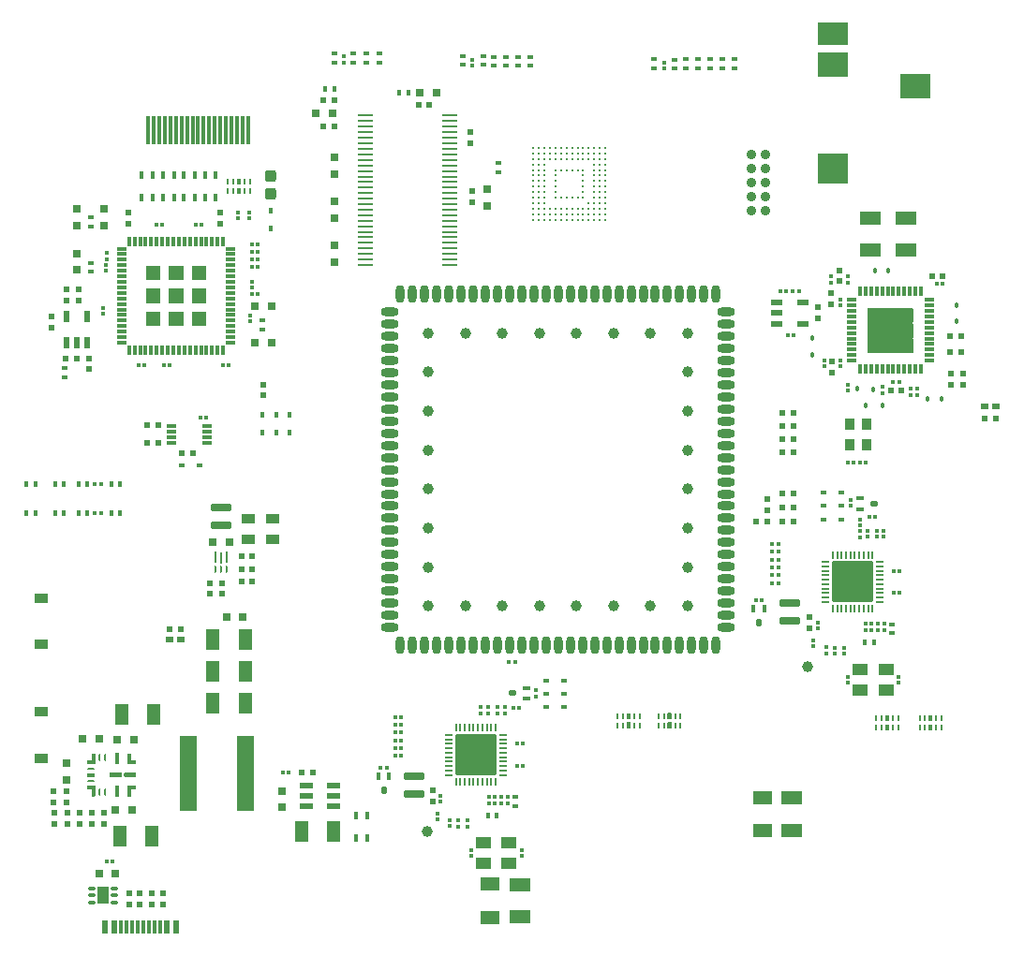
<source format=gtp>
G04*
G04 #@! TF.GenerationSoftware,Altium Limited,Altium Designer,18.1.6 (161)*
G04*
G04 Layer_Color=8421504*
%FSTAX24Y24*%
%MOIN*%
G70*
G01*
G75*
%ADD23C,0.0010*%
%ADD24R,0.0118X0.0118*%
%ADD25R,0.0118X0.0118*%
%ADD26R,0.0580X0.0110*%
%ADD27R,0.0236X0.0197*%
%ADD28R,0.0520X0.0420*%
%ADD29R,0.0157X0.0197*%
%ADD30R,0.0200X0.0140*%
%ADD31R,0.0335X0.0118*%
%ADD32R,0.0197X0.0236*%
%ADD33R,0.0315X0.0315*%
%ADD34R,0.0709X0.0512*%
%ADD35R,0.0728X0.0512*%
%ADD36R,0.0197X0.0157*%
%ADD37C,0.0394*%
G04:AMPARAMS|DCode=38|XSize=27.6mil|YSize=70.9mil|CornerRadius=4mil|HoleSize=0mil|Usage=FLASHONLY|Rotation=270.000|XOffset=0mil|YOffset=0mil|HoleType=Round|Shape=RoundedRectangle|*
%AMROUNDEDRECTD38*
21,1,0.0276,0.0629,0,0,270.0*
21,1,0.0196,0.0709,0,0,270.0*
1,1,0.0080,-0.0314,-0.0098*
1,1,0.0080,-0.0314,0.0098*
1,1,0.0080,0.0314,0.0098*
1,1,0.0080,0.0314,-0.0098*
%
%ADD38ROUNDEDRECTD38*%
G04:AMPARAMS|DCode=39|XSize=7.9mil|YSize=27.6mil|CornerRadius=2mil|HoleSize=0mil|Usage=FLASHONLY|Rotation=270.000|XOffset=0mil|YOffset=0mil|HoleType=Round|Shape=RoundedRectangle|*
%AMROUNDEDRECTD39*
21,1,0.0079,0.0236,0,0,270.0*
21,1,0.0039,0.0276,0,0,270.0*
1,1,0.0039,-0.0118,-0.0020*
1,1,0.0039,-0.0118,0.0020*
1,1,0.0039,0.0118,0.0020*
1,1,0.0039,0.0118,-0.0020*
%
%ADD39ROUNDEDRECTD39*%
G04:AMPARAMS|DCode=40|XSize=7.9mil|YSize=27.6mil|CornerRadius=2mil|HoleSize=0mil|Usage=FLASHONLY|Rotation=180.000|XOffset=0mil|YOffset=0mil|HoleType=Round|Shape=RoundedRectangle|*
%AMROUNDEDRECTD40*
21,1,0.0079,0.0236,0,0,180.0*
21,1,0.0039,0.0276,0,0,180.0*
1,1,0.0039,-0.0020,0.0118*
1,1,0.0039,0.0020,0.0118*
1,1,0.0039,0.0020,-0.0118*
1,1,0.0039,-0.0020,-0.0118*
%
%ADD40ROUNDEDRECTD40*%
G04:AMPARAMS|DCode=41|XSize=149.6mil|YSize=149.6mil|CornerRadius=12mil|HoleSize=0mil|Usage=FLASHONLY|Rotation=180.000|XOffset=0mil|YOffset=0mil|HoleType=Round|Shape=RoundedRectangle|*
%AMROUNDEDRECTD41*
21,1,0.1496,0.1257,0,0,180.0*
21,1,0.1257,0.1496,0,0,180.0*
1,1,0.0239,-0.0628,0.0628*
1,1,0.0239,0.0628,0.0628*
1,1,0.0239,0.0628,-0.0628*
1,1,0.0239,-0.0628,-0.0628*
%
%ADD41ROUNDEDRECTD41*%
G04:AMPARAMS|DCode=42|XSize=19.7mil|YSize=23.6mil|CornerRadius=2mil|HoleSize=0mil|Usage=FLASHONLY|Rotation=90.000|XOffset=0mil|YOffset=0mil|HoleType=Round|Shape=RoundedRectangle|*
%AMROUNDEDRECTD42*
21,1,0.0197,0.0197,0,0,90.0*
21,1,0.0157,0.0236,0,0,90.0*
1,1,0.0039,0.0098,0.0079*
1,1,0.0039,0.0098,-0.0079*
1,1,0.0039,-0.0098,-0.0079*
1,1,0.0039,-0.0098,0.0079*
%
%ADD42ROUNDEDRECTD42*%
G04:AMPARAMS|DCode=43|XSize=15.7mil|YSize=23.6mil|CornerRadius=2mil|HoleSize=0mil|Usage=FLASHONLY|Rotation=90.000|XOffset=0mil|YOffset=0mil|HoleType=Round|Shape=RoundedRectangle|*
%AMROUNDEDRECTD43*
21,1,0.0157,0.0197,0,0,90.0*
21,1,0.0118,0.0236,0,0,90.0*
1,1,0.0039,0.0098,0.0059*
1,1,0.0039,0.0098,-0.0059*
1,1,0.0039,-0.0098,-0.0059*
1,1,0.0039,-0.0098,0.0059*
%
%ADD43ROUNDEDRECTD43*%
G04:AMPARAMS|DCode=44|XSize=19.7mil|YSize=23.6mil|CornerRadius=2mil|HoleSize=0mil|Usage=FLASHONLY|Rotation=0.000|XOffset=0mil|YOffset=0mil|HoleType=Round|Shape=RoundedRectangle|*
%AMROUNDEDRECTD44*
21,1,0.0197,0.0197,0,0,0.0*
21,1,0.0157,0.0236,0,0,0.0*
1,1,0.0039,0.0079,-0.0098*
1,1,0.0039,-0.0079,-0.0098*
1,1,0.0039,-0.0079,0.0098*
1,1,0.0039,0.0079,0.0098*
%
%ADD44ROUNDEDRECTD44*%
G04:AMPARAMS|DCode=45|XSize=15.7mil|YSize=23.6mil|CornerRadius=2mil|HoleSize=0mil|Usage=FLASHONLY|Rotation=0.000|XOffset=0mil|YOffset=0mil|HoleType=Round|Shape=RoundedRectangle|*
%AMROUNDEDRECTD45*
21,1,0.0157,0.0197,0,0,0.0*
21,1,0.0118,0.0236,0,0,0.0*
1,1,0.0039,0.0059,-0.0098*
1,1,0.0039,-0.0059,-0.0098*
1,1,0.0039,-0.0059,0.0098*
1,1,0.0039,0.0059,0.0098*
%
%ADD45ROUNDEDRECTD45*%
G04:AMPARAMS|DCode=46|XSize=22.2mil|YSize=7.9mil|CornerRadius=1mil|HoleSize=0mil|Usage=FLASHONLY|Rotation=270.000|XOffset=0mil|YOffset=0mil|HoleType=Round|Shape=RoundedRectangle|*
%AMROUNDEDRECTD46*
21,1,0.0222,0.0059,0,0,270.0*
21,1,0.0203,0.0079,0,0,270.0*
1,1,0.0020,-0.0030,-0.0101*
1,1,0.0020,-0.0030,0.0101*
1,1,0.0020,0.0030,0.0101*
1,1,0.0020,0.0030,-0.0101*
%
%ADD46ROUNDEDRECTD46*%
%ADD47R,0.0197X0.0197*%
%ADD48R,0.0236X0.0197*%
%ADD49C,0.0350*%
%ADD50O,0.0630X0.0315*%
%ADD51O,0.0315X0.0630*%
%ADD52R,0.1110X0.1110*%
%ADD53R,0.1110X0.0870*%
%ADD54R,0.1110X0.0790*%
%ADD55R,0.0370X0.0410*%
%ADD56C,0.0180*%
%ADD57R,0.0340X0.0120*%
%ADD58R,0.0120X0.0340*%
%ADD59R,0.1640X0.1640*%
G04:AMPARAMS|DCode=60|XSize=11.8mil|YSize=23.6mil|CornerRadius=1.9mil|HoleSize=0mil|Usage=FLASHONLY|Rotation=90.000|XOffset=0mil|YOffset=0mil|HoleType=Round|Shape=RoundedRectangle|*
%AMROUNDEDRECTD60*
21,1,0.0118,0.0197,0,0,90.0*
21,1,0.0079,0.0236,0,0,90.0*
1,1,0.0039,0.0099,0.0040*
1,1,0.0039,0.0099,-0.0040*
1,1,0.0039,-0.0099,-0.0040*
1,1,0.0039,-0.0099,0.0040*
%
%ADD60ROUNDEDRECTD60*%
G04:AMPARAMS|DCode=61|XSize=39.4mil|YSize=63mil|CornerRadius=3.9mil|HoleSize=0mil|Usage=FLASHONLY|Rotation=0.000|XOffset=0mil|YOffset=0mil|HoleType=Round|Shape=RoundedRectangle|*
%AMROUNDEDRECTD61*
21,1,0.0394,0.0551,0,0,0.0*
21,1,0.0315,0.0630,0,0,0.0*
1,1,0.0079,0.0157,-0.0276*
1,1,0.0079,-0.0157,-0.0276*
1,1,0.0079,-0.0157,0.0276*
1,1,0.0079,0.0157,0.0276*
%
%ADD61ROUNDEDRECTD61*%
%ADD62R,0.0236X0.0453*%
%ADD63R,0.0118X0.0453*%
%ADD64R,0.0197X0.0236*%
%ADD65R,0.0630X0.2680*%
%ADD66R,0.0512X0.0728*%
G04:AMPARAMS|DCode=67|XSize=47.6mil|YSize=22.8mil|CornerRadius=2.9mil|HoleSize=0mil|Usage=FLASHONLY|Rotation=0.000|XOffset=0mil|YOffset=0mil|HoleType=Round|Shape=RoundedRectangle|*
%AMROUNDEDRECTD67*
21,1,0.0476,0.0171,0,0,0.0*
21,1,0.0419,0.0228,0,0,0.0*
1,1,0.0057,0.0210,-0.0086*
1,1,0.0057,-0.0210,-0.0086*
1,1,0.0057,-0.0210,0.0086*
1,1,0.0057,0.0210,0.0086*
%
%ADD67ROUNDEDRECTD67*%
G04:AMPARAMS|DCode=68|XSize=9.8mil|YSize=23.6mil|CornerRadius=2.5mil|HoleSize=0mil|Usage=FLASHONLY|Rotation=0.000|XOffset=0mil|YOffset=0mil|HoleType=Round|Shape=RoundedRectangle|*
%AMROUNDEDRECTD68*
21,1,0.0098,0.0187,0,0,0.0*
21,1,0.0049,0.0236,0,0,0.0*
1,1,0.0049,0.0025,-0.0094*
1,1,0.0049,-0.0025,-0.0094*
1,1,0.0049,-0.0025,0.0094*
1,1,0.0049,0.0025,0.0094*
%
%ADD68ROUNDEDRECTD68*%
%ADD69R,0.0079X0.0394*%
%ADD70R,0.0250X0.0200*%
G04:AMPARAMS|DCode=71|XSize=27.6mil|YSize=11.8mil|CornerRadius=3mil|HoleSize=0mil|Usage=FLASHONLY|Rotation=0.000|XOffset=0mil|YOffset=0mil|HoleType=Round|Shape=RoundedRectangle|*
%AMROUNDEDRECTD71*
21,1,0.0276,0.0059,0,0,0.0*
21,1,0.0217,0.0118,0,0,0.0*
1,1,0.0059,0.0108,-0.0030*
1,1,0.0059,-0.0108,-0.0030*
1,1,0.0059,-0.0108,0.0030*
1,1,0.0059,0.0108,0.0030*
%
%ADD71ROUNDEDRECTD71*%
G04:AMPARAMS|DCode=72|XSize=27.6mil|YSize=9.8mil|CornerRadius=2.5mil|HoleSize=0mil|Usage=FLASHONLY|Rotation=90.000|XOffset=0mil|YOffset=0mil|HoleType=Round|Shape=RoundedRectangle|*
%AMROUNDEDRECTD72*
21,1,0.0276,0.0049,0,0,90.0*
21,1,0.0226,0.0098,0,0,90.0*
1,1,0.0049,0.0025,0.0113*
1,1,0.0049,0.0025,-0.0113*
1,1,0.0049,-0.0025,-0.0113*
1,1,0.0049,-0.0025,0.0113*
%
%ADD72ROUNDEDRECTD72*%
G04:AMPARAMS|DCode=73|XSize=27.6mil|YSize=9.8mil|CornerRadius=2.5mil|HoleSize=0mil|Usage=FLASHONLY|Rotation=0.000|XOffset=0mil|YOffset=0mil|HoleType=Round|Shape=RoundedRectangle|*
%AMROUNDEDRECTD73*
21,1,0.0276,0.0049,0,0,0.0*
21,1,0.0226,0.0098,0,0,0.0*
1,1,0.0049,0.0113,-0.0025*
1,1,0.0049,-0.0113,-0.0025*
1,1,0.0049,-0.0113,0.0025*
1,1,0.0049,0.0113,0.0025*
%
%ADD73ROUNDEDRECTD73*%
G04:AMPARAMS|DCode=74|XSize=39.4mil|YSize=15.7mil|CornerRadius=3.9mil|HoleSize=0mil|Usage=FLASHONLY|Rotation=90.000|XOffset=0mil|YOffset=0mil|HoleType=Round|Shape=RoundedRectangle|*
%AMROUNDEDRECTD74*
21,1,0.0394,0.0079,0,0,90.0*
21,1,0.0315,0.0157,0,0,90.0*
1,1,0.0079,0.0039,0.0157*
1,1,0.0079,0.0039,-0.0157*
1,1,0.0079,-0.0039,-0.0157*
1,1,0.0079,-0.0039,0.0157*
%
%ADD74ROUNDEDRECTD74*%
%ADD75R,0.0315X0.0315*%
%ADD76R,0.0197X0.0197*%
%ADD77R,0.0512X0.0354*%
%ADD78R,0.0137X0.0297*%
%ADD79R,0.0500X0.0350*%
%ADD80R,0.0394X0.0236*%
%ADD81R,0.0236X0.0394*%
%ADD82R,0.0118X0.1024*%
%ADD83C,0.0098*%
G04:AMPARAMS|DCode=84|XSize=33.1mil|YSize=10.6mil|CornerRadius=1.3mil|HoleSize=0mil|Usage=FLASHONLY|Rotation=90.000|XOffset=0mil|YOffset=0mil|HoleType=Round|Shape=RoundedRectangle|*
%AMROUNDEDRECTD84*
21,1,0.0331,0.0080,0,0,90.0*
21,1,0.0304,0.0106,0,0,90.0*
1,1,0.0027,0.0040,0.0152*
1,1,0.0027,0.0040,-0.0152*
1,1,0.0027,-0.0040,-0.0152*
1,1,0.0027,-0.0040,0.0152*
%
%ADD84ROUNDEDRECTD84*%
G04:AMPARAMS|DCode=85|XSize=33.1mil|YSize=10.6mil|CornerRadius=1.3mil|HoleSize=0mil|Usage=FLASHONLY|Rotation=0.000|XOffset=0mil|YOffset=0mil|HoleType=Round|Shape=RoundedRectangle|*
%AMROUNDEDRECTD85*
21,1,0.0331,0.0080,0,0,0.0*
21,1,0.0304,0.0106,0,0,0.0*
1,1,0.0027,0.0152,-0.0040*
1,1,0.0027,-0.0152,-0.0040*
1,1,0.0027,-0.0152,0.0040*
1,1,0.0027,0.0152,0.0040*
%
%ADD85ROUNDEDRECTD85*%
%ADD86R,0.0140X0.0200*%
G04:AMPARAMS|DCode=87|XSize=39.4mil|YSize=39.4mil|CornerRadius=7.9mil|HoleSize=0mil|Usage=FLASHONLY|Rotation=90.000|XOffset=0mil|YOffset=0mil|HoleType=Round|Shape=RoundedRectangle|*
%AMROUNDEDRECTD87*
21,1,0.0394,0.0236,0,0,90.0*
21,1,0.0236,0.0394,0,0,90.0*
1,1,0.0157,0.0118,0.0118*
1,1,0.0157,0.0118,-0.0118*
1,1,0.0157,-0.0118,-0.0118*
1,1,0.0157,-0.0118,0.0118*
%
%ADD87ROUNDEDRECTD87*%
G36*
X031104Y021437D02*
X031106Y021437D01*
X031109Y021437D01*
X031111Y021436D01*
X031113Y021436D01*
X031115Y021435D01*
X031116Y021434D01*
X031118Y021434D01*
X03112Y021433D01*
X031122Y021432D01*
X031124Y021431D01*
X031126Y021429D01*
X031127Y021428D01*
X031129Y021427D01*
X03113Y021425D01*
X031132Y021424D01*
X031133Y021422D01*
X031134Y021421D01*
X031135Y021419D01*
X031136Y021417D01*
X031137Y021416D01*
X031138Y021414D01*
X031139Y021412D01*
X03114Y02141D01*
X03114Y021408D01*
X031141Y021406D01*
X031141Y021404D01*
X031142Y021402D01*
X031142Y0214D01*
X031142Y021398D01*
Y021063D01*
X031142Y021062D01*
X031142Y021061D01*
X031141Y02106D01*
X031141Y021059D01*
X031141Y021058D01*
X031141Y021057D01*
X03114Y021056D01*
X03114Y021055D01*
X03114Y021054D01*
X031139Y021053D01*
X031139Y021052D01*
X031138Y021051D01*
X031137Y021051D01*
X031137Y02105D01*
X031136Y021049D01*
X031135Y021048D01*
X031134Y021048D01*
X031134Y021047D01*
X031133Y021046D01*
X031132Y021046D01*
X031131Y021045D01*
X03113Y021045D01*
X031129Y021045D01*
X031128Y021044D01*
X031127Y021044D01*
X031126Y021044D01*
X031125Y021044D01*
X031124Y021043D01*
X031123Y021043D01*
X031122Y021043D01*
X031043D01*
X031042Y021043D01*
X031041Y021043D01*
X03104Y021044D01*
X031039Y021044D01*
X031038Y021044D01*
X031037Y021044D01*
X031036Y021045D01*
X031035Y021045D01*
X031034Y021045D01*
X031033Y021046D01*
X031033Y021046D01*
X031032Y021047D01*
X031031Y021048D01*
X03103Y021048D01*
X031029Y021049D01*
X031029Y02105D01*
X031028Y021051D01*
X031027Y021051D01*
X031027Y021052D01*
X031026Y021053D01*
X031026Y021054D01*
X031025Y021055D01*
X031025Y021056D01*
X031025Y021057D01*
X031024Y021058D01*
X031024Y021059D01*
X031024Y02106D01*
X031024Y021061D01*
X031024Y021062D01*
X031024Y021063D01*
Y02124D01*
X031024Y021243D01*
X031023Y021246D01*
X031023Y021249D01*
X031022Y021252D01*
X031022Y021255D01*
X031021Y021258D01*
X03102Y021261D01*
X031019Y021264D01*
X031017Y021267D01*
X031016Y02127D01*
X031014Y021272D01*
X031012Y021275D01*
X03101Y021277D01*
X031008Y02128D01*
X031006Y021282D01*
X031004Y021284D01*
X031002Y021286D01*
X030999Y021288D01*
X030997Y02129D01*
X030994Y021291D01*
X030991Y021293D01*
X030989Y021294D01*
X030986Y021295D01*
X030983Y021296D01*
X03098Y021297D01*
X030977Y021298D01*
X030974Y021298D01*
X030971Y021299D01*
X030968Y021299D01*
X030965Y021299D01*
X030886D01*
X030885Y021299D01*
X030884Y021299D01*
X030883Y021299D01*
X030882Y0213D01*
X030881Y0213D01*
X03088Y0213D01*
X030879Y021301D01*
X030878Y021301D01*
X030877Y021301D01*
X030876Y021302D01*
X030875Y021302D01*
X030874Y021303D01*
X030873Y021304D01*
X030873Y021304D01*
X030872Y021305D01*
X030871Y021306D01*
X030871Y021307D01*
X03087Y021307D01*
X030869Y021308D01*
X030869Y021309D01*
X030868Y02131D01*
X030868Y021311D01*
X030867Y021312D01*
X030867Y021313D01*
X030867Y021314D01*
X030867Y021315D01*
X030866Y021316D01*
X030866Y021317D01*
X030866Y021318D01*
X030866Y021319D01*
Y021417D01*
X030866Y021418D01*
X030866Y021419D01*
X030866Y02142D01*
X030867Y021421D01*
X030867Y021422D01*
X030867Y021423D01*
X030867Y021424D01*
X030868Y021425D01*
X030868Y021426D01*
X030869Y021427D01*
X030869Y021428D01*
X03087Y021429D01*
X030871Y02143D01*
X030871Y02143D01*
X030872Y021431D01*
X030873Y021432D01*
X030873Y021433D01*
X030874Y021433D01*
X030875Y021434D01*
X030876Y021434D01*
X030877Y021435D01*
X030878Y021435D01*
X030879Y021436D01*
X03088Y021436D01*
X030881Y021436D01*
X030882Y021437D01*
X030883Y021437D01*
X030884Y021437D01*
X030885Y021437D01*
X030886Y021437D01*
X031102D01*
X031104Y021437D01*
D02*
G37*
G36*
X031123Y022579D02*
X031124Y022579D01*
X031125Y022578D01*
X031126Y022578D01*
X031127Y022578D01*
X031128Y022578D01*
X031129Y022577D01*
X03113Y022577D01*
X031131Y022577D01*
X031132Y022576D01*
X031133Y022576D01*
X031134Y022575D01*
X031134Y022574D01*
X031135Y022574D01*
X031136Y022573D01*
X031137Y022572D01*
X031137Y022571D01*
X031138Y022571D01*
X031139Y02257D01*
X031139Y022569D01*
X03114Y022568D01*
X03114Y022567D01*
X03114Y022566D01*
X031141Y022565D01*
X031141Y022564D01*
X031141Y022563D01*
X031141Y022562D01*
X031142Y022561D01*
X031142Y02256D01*
X031142Y022559D01*
Y022205D01*
X031142Y022204D01*
X031142Y022203D01*
X031141Y022202D01*
X031141Y022201D01*
X031141Y0222D01*
X031141Y022199D01*
X03114Y022198D01*
X03114Y022197D01*
X03114Y022196D01*
X031139Y022195D01*
X031139Y022194D01*
X031138Y022193D01*
X031137Y022192D01*
X031137Y022192D01*
X031136Y022191D01*
X031135Y02219D01*
X031134Y022189D01*
X031134Y022189D01*
X031133Y022188D01*
X031132Y022188D01*
X031131Y022187D01*
X03113Y022187D01*
X031129Y022186D01*
X031128Y022186D01*
X031127Y022186D01*
X031126Y022185D01*
X031125Y022185D01*
X031124Y022185D01*
X031123Y022185D01*
X031122Y022185D01*
X030886D01*
X030885Y022185D01*
X030884Y022185D01*
X030883Y022185D01*
X030882Y022185D01*
X030881Y022186D01*
X03088Y022186D01*
X030879Y022186D01*
X030878Y022187D01*
X030877Y022187D01*
X030876Y022188D01*
X030875Y022188D01*
X030874Y022189D01*
X030873Y022189D01*
X030873Y02219D01*
X030872Y022191D01*
X030871Y022192D01*
X030871Y022192D01*
X03087Y022193D01*
X030869Y022194D01*
X030869Y022195D01*
X030868Y022196D01*
X030868Y022197D01*
X030867Y022198D01*
X030867Y022199D01*
X030867Y0222D01*
X030867Y022201D01*
X030866Y022202D01*
X030866Y022203D01*
X030866Y022204D01*
X030866Y022205D01*
Y022303D01*
X030866Y022304D01*
X030866Y022305D01*
X030866Y022306D01*
X030867Y022307D01*
X030867Y022308D01*
X030867Y022309D01*
X030867Y02231D01*
X030868Y022311D01*
X030868Y022312D01*
X030869Y022313D01*
X030869Y022314D01*
X03087Y022315D01*
X030871Y022316D01*
X030871Y022316D01*
X030872Y022317D01*
X030873Y022318D01*
X030873Y022318D01*
X030874Y022319D01*
X030875Y02232D01*
X030876Y02232D01*
X030877Y022321D01*
X030878Y022321D01*
X030879Y022322D01*
X03088Y022322D01*
X030881Y022322D01*
X030882Y022322D01*
X030883Y022323D01*
X030884Y022323D01*
X030885Y022323D01*
X030886Y022323D01*
X030965D01*
X030968Y022323D01*
X030971Y022323D01*
X030974Y022324D01*
X030977Y022324D01*
X03098Y022325D01*
X030983Y022326D01*
X030986Y022327D01*
X030989Y022328D01*
X030991Y022329D01*
X030994Y022331D01*
X030997Y022332D01*
X030999Y022334D01*
X031002Y022336D01*
X031004Y022338D01*
X031006Y02234D01*
X031008Y022342D01*
X03101Y022345D01*
X031012Y022347D01*
X031014Y02235D01*
X031016Y022352D01*
X031017Y022355D01*
X031019Y022358D01*
X03102Y022361D01*
X031021Y022364D01*
X031022Y022367D01*
X031022Y02237D01*
X031023Y022373D01*
X031023Y022376D01*
X031024Y022379D01*
X031024Y022382D01*
Y022559D01*
X031024Y02256D01*
X031024Y022561D01*
X031024Y022562D01*
X031024Y022563D01*
X031024Y022564D01*
X031025Y022565D01*
X031025Y022566D01*
X031025Y022567D01*
X031026Y022568D01*
X031026Y022569D01*
X031027Y02257D01*
X031027Y022571D01*
X031028Y022571D01*
X031029Y022572D01*
X031029Y022573D01*
X03103Y022574D01*
X031031Y022574D01*
X031032Y022575D01*
X031033Y022576D01*
X031033Y022576D01*
X031034Y022577D01*
X031035Y022577D01*
X031036Y022577D01*
X031037Y022578D01*
X031038Y022578D01*
X031039Y022578D01*
X03104Y022578D01*
X031041Y022579D01*
X031042Y022579D01*
X031043Y022579D01*
X031122D01*
X031123Y022579D01*
D02*
G37*
G36*
X032049Y02189D02*
X032051Y02189D01*
X032053Y021889D01*
X032055Y021889D01*
X032057Y021888D01*
X032059Y021888D01*
X032061Y021887D01*
X032063Y021886D01*
X032065Y021885D01*
X032067Y021884D01*
X032069Y021883D01*
X03207Y021882D01*
X032072Y021881D01*
X032074Y02188D01*
X032075Y021878D01*
X032076Y021877D01*
X032078Y021875D01*
X032079Y021874D01*
X03208Y021872D01*
X032081Y02187D01*
X032082Y021868D01*
X032083Y021866D01*
X032084Y021865D01*
X032085Y021863D01*
X032085Y021861D01*
X032086Y021859D01*
X032086Y021857D01*
X032086Y021855D01*
X032087Y021852D01*
X032087Y02185D01*
Y021772D01*
X032087Y02177D01*
X032086Y021768D01*
X032086Y021765D01*
X032086Y021763D01*
X032085Y021761D01*
X032085Y021759D01*
X032084Y021758D01*
X032083Y021756D01*
X032082Y021754D01*
X032081Y021752D01*
X03208Y02175D01*
X032079Y021749D01*
X032078Y021747D01*
X032076Y021745D01*
X032075Y021744D01*
X032074Y021742D01*
X032072Y021741D01*
X03207Y02174D01*
X032069Y021739D01*
X032067Y021738D01*
X032065Y021737D01*
X032063Y021736D01*
X032061Y021735D01*
X032059Y021734D01*
X032057Y021734D01*
X032055Y021733D01*
X032053Y021733D01*
X032051Y021732D01*
X032049Y021732D01*
X032047Y021732D01*
X031693D01*
X031691Y021732D01*
X031689Y021732D01*
X031687Y021733D01*
X031685Y021733D01*
X031683Y021734D01*
X031681Y021734D01*
X031679Y021735D01*
X031677Y021736D01*
X031675Y021737D01*
X031673Y021738D01*
X031671Y021739D01*
X03167Y02174D01*
X031668Y021741D01*
X031667Y021742D01*
X031665Y021744D01*
X031664Y021745D01*
X031662Y021747D01*
X031661Y021749D01*
X03166Y02175D01*
X031659Y021752D01*
X031658Y021754D01*
X031657Y021756D01*
X031656Y021758D01*
X031655Y021759D01*
X031655Y021761D01*
X031654Y021763D01*
X031654Y021765D01*
X031654Y021768D01*
X031654Y02177D01*
X031654Y021772D01*
Y02185D01*
X031654Y021852D01*
X031654Y021855D01*
X031654Y021857D01*
X031654Y021859D01*
X031655Y021861D01*
X031655Y021863D01*
X031656Y021865D01*
X031657Y021866D01*
X031658Y021868D01*
X031659Y02187D01*
X03166Y021872D01*
X031661Y021874D01*
X031662Y021875D01*
X031664Y021877D01*
X031665Y021878D01*
X031667Y02188D01*
X031668Y021881D01*
X03167Y021882D01*
X031671Y021883D01*
X031673Y021884D01*
X031675Y021885D01*
X031677Y021886D01*
X031679Y021887D01*
X031681Y021888D01*
X031683Y021888D01*
X031685Y021889D01*
X031687Y021889D01*
X031689Y02189D01*
X031691Y02189D01*
X031693Y02189D01*
X032047D01*
X032049Y02189D01*
D02*
G37*
G36*
X03258Y021437D02*
X032581Y021437D01*
X032582Y021437D01*
X032583Y021437D01*
X032584Y021436D01*
X032585Y021436D01*
X032586Y021436D01*
X032587Y021435D01*
X032588Y021435D01*
X032589Y021434D01*
X032589Y021434D01*
X03259Y021433D01*
X032591Y021433D01*
X032592Y021432D01*
X032593Y021431D01*
X032593Y02143D01*
X032594Y02143D01*
X032595Y021429D01*
X032595Y021428D01*
X032596Y021427D01*
X032596Y021426D01*
X032597Y021425D01*
X032597Y021424D01*
X032597Y021423D01*
X032598Y021422D01*
X032598Y021421D01*
X032598Y02142D01*
X032598Y021419D01*
X032598Y021418D01*
X032598Y021417D01*
Y021319D01*
X032598Y021318D01*
X032598Y021317D01*
X032598Y021316D01*
X032598Y021315D01*
X032598Y021314D01*
X032597Y021313D01*
X032597Y021312D01*
X032597Y021311D01*
X032596Y02131D01*
X032596Y021309D01*
X032595Y021308D01*
X032595Y021307D01*
X032594Y021307D01*
X032593Y021306D01*
X032593Y021305D01*
X032592Y021304D01*
X032591Y021304D01*
X03259Y021303D01*
X032589Y021302D01*
X032589Y021302D01*
X032588Y021301D01*
X032587Y021301D01*
X032586Y021301D01*
X032585Y0213D01*
X032584Y0213D01*
X032583Y0213D01*
X032582Y021299D01*
X032581Y021299D01*
X03258Y021299D01*
X032579Y021299D01*
X03248D01*
X032477Y021299D01*
X032474Y021299D01*
X032471Y021298D01*
X032468Y021298D01*
X032465Y021297D01*
X032462Y021296D01*
X032459Y021295D01*
X032456Y021294D01*
X032453Y021293D01*
X032451Y021291D01*
X032448Y02129D01*
X032446Y021288D01*
X032443Y021286D01*
X032441Y021284D01*
X032439Y021282D01*
X032436Y02128D01*
X032434Y021277D01*
X032433Y021275D01*
X032431Y021272D01*
X032429Y02127D01*
X032428Y021267D01*
X032426Y021264D01*
X032425Y021261D01*
X032424Y021258D01*
X032423Y021255D01*
X032423Y021252D01*
X032422Y021249D01*
X032422Y021246D01*
X032421Y021243D01*
X032421Y02124D01*
Y021063D01*
X032421Y021062D01*
X032421Y021061D01*
X032421Y02106D01*
X032421Y021059D01*
X032421Y021058D01*
X03242Y021057D01*
X03242Y021056D01*
X03242Y021055D01*
X032419Y021054D01*
X032419Y021053D01*
X032418Y021052D01*
X032418Y021051D01*
X032417Y021051D01*
X032416Y02105D01*
X032415Y021049D01*
X032415Y021048D01*
X032414Y021048D01*
X032413Y021047D01*
X032412Y021046D01*
X032411Y021046D01*
X032411Y021045D01*
X03241Y021045D01*
X032409Y021045D01*
X032408Y021044D01*
X032407Y021044D01*
X032406Y021044D01*
X032405Y021044D01*
X032404Y021043D01*
X032403Y021043D01*
X032402Y021043D01*
X032303D01*
X032302Y021043D01*
X032301Y021043D01*
X0323Y021044D01*
X032299Y021044D01*
X032298Y021044D01*
X032297Y021044D01*
X032296Y021045D01*
X032295Y021045D01*
X032294Y021045D01*
X032293Y021046D01*
X032292Y021046D01*
X032292Y021047D01*
X032291Y021048D01*
X03229Y021048D01*
X032289Y021049D01*
X032289Y02105D01*
X032288Y021051D01*
X032287Y021051D01*
X032287Y021052D01*
X032286Y021053D01*
X032286Y021054D01*
X032285Y021055D01*
X032285Y021056D01*
X032284Y021057D01*
X032284Y021058D01*
X032284Y021059D01*
X032284Y02106D01*
X032284Y021061D01*
X032283Y021062D01*
X032283Y021063D01*
Y021417D01*
X032283Y021418D01*
X032284Y021419D01*
X032284Y02142D01*
X032284Y021421D01*
X032284Y021422D01*
X032284Y021423D01*
X032285Y021424D01*
X032285Y021425D01*
X032286Y021426D01*
X032286Y021427D01*
X032287Y021428D01*
X032287Y021429D01*
X032288Y02143D01*
X032289Y02143D01*
X032289Y021431D01*
X03229Y021432D01*
X032291Y021433D01*
X032292Y021433D01*
X032292Y021434D01*
X032293Y021434D01*
X032294Y021435D01*
X032295Y021435D01*
X032296Y021436D01*
X032297Y021436D01*
X032298Y021436D01*
X032299Y021437D01*
X0323Y021437D01*
X032301Y021437D01*
X032302Y021437D01*
X032303Y021437D01*
X032579D01*
X03258Y021437D01*
D02*
G37*
G36*
X032561Y02189D02*
X032563Y02189D01*
X032565Y021889D01*
X032567Y021889D01*
X032569Y021888D01*
X032571Y021888D01*
X032573Y021887D01*
X032575Y021886D01*
X032577Y021885D01*
X032579Y021884D01*
X03258Y021883D01*
X032582Y021882D01*
X032584Y021881D01*
X032585Y02188D01*
X032587Y021878D01*
X032588Y021877D01*
X03259Y021875D01*
X032591Y021874D01*
X032592Y021872D01*
X032593Y02187D01*
X032594Y021868D01*
X032595Y021866D01*
X032596Y021865D01*
X032596Y021863D01*
X032597Y021861D01*
X032598Y021859D01*
X032598Y021857D01*
X032598Y021855D01*
X032598Y021852D01*
X032598Y02185D01*
Y021772D01*
X032598Y02177D01*
X032598Y021768D01*
X032598Y021765D01*
X032598Y021763D01*
X032597Y021761D01*
X032596Y021759D01*
X032596Y021758D01*
X032595Y021756D01*
X032594Y021754D01*
X032593Y021752D01*
X032592Y02175D01*
X032591Y021749D01*
X03259Y021747D01*
X032588Y021745D01*
X032587Y021744D01*
X032585Y021742D01*
X032584Y021741D01*
X032582Y02174D01*
X03258Y021739D01*
X032579Y021738D01*
X032577Y021737D01*
X032575Y021736D01*
X032573Y021735D01*
X032571Y021734D01*
X032569Y021734D01*
X032567Y021733D01*
X032565Y021733D01*
X032563Y021732D01*
X032561Y021732D01*
X032559Y021732D01*
X032205D01*
X032203Y021732D01*
X032201Y021732D01*
X032199Y021733D01*
X032197Y021733D01*
X032195Y021734D01*
X032193Y021734D01*
X032191Y021735D01*
X032189Y021736D01*
X032187Y021737D01*
X032185Y021738D01*
X032183Y021739D01*
X032182Y02174D01*
X03218Y021741D01*
X032178Y021742D01*
X032177Y021744D01*
X032175Y021745D01*
X032174Y021747D01*
X032173Y021749D01*
X032172Y02175D01*
X032171Y021752D01*
X03217Y021754D01*
X032169Y021756D01*
X032168Y021758D01*
X032167Y021759D01*
X032167Y021761D01*
X032166Y021763D01*
X032166Y021765D01*
X032166Y021768D01*
X032165Y02177D01*
X032165Y021772D01*
Y02185D01*
X032165Y021852D01*
X032166Y021855D01*
X032166Y021857D01*
X032166Y021859D01*
X032167Y021861D01*
X032167Y021863D01*
X032168Y021865D01*
X032169Y021866D01*
X03217Y021868D01*
X032171Y02187D01*
X032172Y021872D01*
X032173Y021874D01*
X032174Y021875D01*
X032175Y021877D01*
X032177Y021878D01*
X032178Y02188D01*
X03218Y021881D01*
X032182Y021882D01*
X032183Y021883D01*
X032185Y021884D01*
X032187Y021885D01*
X032189Y021886D01*
X032191Y021887D01*
X032193Y021888D01*
X032195Y021888D01*
X032197Y021889D01*
X032199Y021889D01*
X032201Y02189D01*
X032203Y02189D01*
X032205Y02189D01*
X032559D01*
X032561Y02189D01*
D02*
G37*
G36*
X032403Y022579D02*
X032404Y022579D01*
X032405Y022578D01*
X032406Y022578D01*
X032407Y022578D01*
X032408Y022578D01*
X032409Y022577D01*
X03241Y022577D01*
X032411Y022577D01*
X032411Y022576D01*
X032412Y022576D01*
X032413Y022575D01*
X032414Y022574D01*
X032415Y022574D01*
X032415Y022573D01*
X032416Y022572D01*
X032417Y022571D01*
X032418Y022571D01*
X032418Y02257D01*
X032419Y022569D01*
X032419Y022568D01*
X03242Y022567D01*
X03242Y022566D01*
X03242Y022565D01*
X032421Y022564D01*
X032421Y022563D01*
X032421Y022562D01*
X032421Y022561D01*
X032421Y02256D01*
X032421Y022559D01*
Y022382D01*
X032421Y022379D01*
X032422Y022376D01*
X032422Y022373D01*
X032423Y02237D01*
X032423Y022367D01*
X032424Y022364D01*
X032425Y022361D01*
X032426Y022358D01*
X032428Y022355D01*
X032429Y022352D01*
X032431Y02235D01*
X032433Y022347D01*
X032434Y022345D01*
X032436Y022342D01*
X032439Y02234D01*
X032441Y022338D01*
X032443Y022336D01*
X032446Y022334D01*
X032448Y022332D01*
X032451Y022331D01*
X032453Y022329D01*
X032456Y022328D01*
X032459Y022327D01*
X032462Y022326D01*
X032465Y022325D01*
X032468Y022324D01*
X032471Y022324D01*
X032474Y022323D01*
X032477Y022323D01*
X03248Y022323D01*
X032579D01*
X03258Y022323D01*
X032581Y022323D01*
X032582Y022323D01*
X032583Y022322D01*
X032584Y022322D01*
X032585Y022322D01*
X032586Y022322D01*
X032587Y022321D01*
X032588Y022321D01*
X032589Y02232D01*
X032589Y02232D01*
X03259Y022319D01*
X032591Y022318D01*
X032592Y022318D01*
X032593Y022317D01*
X032593Y022316D01*
X032594Y022316D01*
X032595Y022315D01*
X032595Y022314D01*
X032596Y022313D01*
X032596Y022312D01*
X032597Y022311D01*
X032597Y02231D01*
X032597Y022309D01*
X032598Y022308D01*
X032598Y022307D01*
X032598Y022306D01*
X032598Y022305D01*
X032598Y022304D01*
X032598Y022303D01*
Y022205D01*
X032598Y022204D01*
X032598Y022203D01*
X032598Y022202D01*
X032598Y022201D01*
X032598Y0222D01*
X032597Y022199D01*
X032597Y022198D01*
X032597Y022197D01*
X032596Y022196D01*
X032596Y022195D01*
X032595Y022194D01*
X032595Y022193D01*
X032594Y022192D01*
X032593Y022192D01*
X032593Y022191D01*
X032592Y02219D01*
X032591Y022189D01*
X03259Y022189D01*
X032589Y022188D01*
X032589Y022188D01*
X032588Y022187D01*
X032587Y022187D01*
X032586Y022186D01*
X032585Y022186D01*
X032584Y022186D01*
X032583Y022185D01*
X032582Y022185D01*
X032581Y022185D01*
X03258Y022185D01*
X032579Y022185D01*
X032303D01*
X032302Y022185D01*
X032301Y022185D01*
X0323Y022185D01*
X032299Y022185D01*
X032298Y022186D01*
X032297Y022186D01*
X032296Y022186D01*
X032295Y022187D01*
X032294Y022187D01*
X032293Y022188D01*
X032292Y022188D01*
X032292Y022189D01*
X032291Y022189D01*
X03229Y02219D01*
X032289Y022191D01*
X032289Y022192D01*
X032288Y022192D01*
X032287Y022193D01*
X032287Y022194D01*
X032286Y022195D01*
X032286Y022196D01*
X032285Y022197D01*
X032285Y022198D01*
X032284Y022199D01*
X032284Y0222D01*
X032284Y022201D01*
X032284Y022202D01*
X032284Y022203D01*
X032283Y022204D01*
X032283Y022205D01*
Y022559D01*
X032283Y02256D01*
X032284Y022561D01*
X032284Y022562D01*
X032284Y022563D01*
X032284Y022564D01*
X032284Y022565D01*
X032285Y022566D01*
X032285Y022567D01*
X032286Y022568D01*
X032286Y022569D01*
X032287Y02257D01*
X032287Y022571D01*
X032288Y022571D01*
X032289Y022572D01*
X032289Y022573D01*
X03229Y022574D01*
X032291Y022574D01*
X032292Y022575D01*
X032292Y022576D01*
X032293Y022576D01*
X032294Y022577D01*
X032295Y022577D01*
X032296Y022577D01*
X032297Y022578D01*
X032298Y022578D01*
X032299Y022578D01*
X0323Y022578D01*
X032301Y022579D01*
X032302Y022579D01*
X032303Y022579D01*
X032402D01*
X032403Y022579D01*
D02*
G37*
G36*
X034278Y039427D02*
X033766D01*
Y039939D01*
X034278D01*
Y039427D01*
D02*
G37*
G36*
X033463D02*
X032951D01*
Y039939D01*
X033463D01*
Y039427D01*
D02*
G37*
G36*
X034278Y038612D02*
X033766D01*
Y039124D01*
X034278D01*
Y038612D01*
D02*
G37*
G36*
X033463D02*
X032951D01*
Y039124D01*
X033463D01*
Y038612D01*
D02*
G37*
G36*
X034278Y037798D02*
X033766D01*
Y038309D01*
X034278D01*
Y037798D01*
D02*
G37*
G36*
X033463D02*
X032951D01*
Y038309D01*
X033463D01*
Y037798D01*
D02*
G37*
G36*
X050189Y023474D02*
Y023473D01*
X050188Y023472D01*
Y023471D01*
X050188Y02347D01*
X050187Y023469D01*
X050187Y023468D01*
X050186Y023468D01*
X050186Y023467D01*
X050185Y023466D01*
X050185Y023465D01*
X050184Y023464D01*
X050183Y023464D01*
X050182Y023463D01*
X050181Y023462D01*
X050181Y023462D01*
X05018Y023461D01*
X050179Y02346D01*
X050178Y02346D01*
X050177Y023459D01*
X050176Y023459D01*
X050175Y023458D01*
X050174D01*
X050173Y023458D01*
X050172D01*
X050171Y023458D01*
X05017D01*
X050169D01*
X050067D01*
X050066D01*
X050065D01*
X050064Y023458D01*
X050063D01*
X050062Y023458D01*
X050061D01*
X05006Y023459D01*
X050059Y023459D01*
X050058Y02346D01*
X050057Y02346D01*
X050056Y023461D01*
X050056Y023462D01*
X050055Y023462D01*
X050054Y023463D01*
X050053Y023464D01*
X050052Y023464D01*
X050052Y023465D01*
X050051Y023466D01*
X05005Y023467D01*
X05005Y023468D01*
X050049Y023468D01*
X050049Y023469D01*
X050048Y02347D01*
X050048Y023471D01*
Y023472D01*
X050048Y023473D01*
Y023474D01*
X050047Y023475D01*
Y023662D01*
X050048Y023664D01*
Y023664D01*
X050048Y023666D01*
Y023666D01*
X050048Y023668D01*
X050049Y023668D01*
X050049Y023669D01*
X05005Y02367D01*
X05005Y023671D01*
X050051Y023672D01*
X050052Y023673D01*
X050052Y023673D01*
X050053Y023674D01*
X050054Y023675D01*
X050055Y023676D01*
X050056Y023676D01*
X050056Y023677D01*
X050057Y023677D01*
X050058Y023678D01*
X050059Y023679D01*
X05006Y023679D01*
X050061Y023679D01*
X050062D01*
X050063Y02368D01*
X050064D01*
X050065Y02368D01*
X050066D01*
X050067D01*
X050169D01*
X05017D01*
X050171D01*
X050172Y02368D01*
X050173D01*
X050174Y023679D01*
X050175D01*
X050176Y023679D01*
X050177Y023679D01*
X050178Y023678D01*
X050179Y023677D01*
X05018Y023677D01*
X050181Y023676D01*
X050181Y023676D01*
X050182Y023675D01*
X050183Y023674D01*
X050184Y023673D01*
X050185Y023673D01*
X050185Y023672D01*
X050186Y023671D01*
X050186Y02367D01*
X050187Y023669D01*
X050187Y023668D01*
X050188Y023668D01*
X050188Y023666D01*
Y023666D01*
X050189Y023664D01*
Y023664D01*
X050189Y023662D01*
Y023475D01*
X050189Y023474D01*
D02*
G37*
G36*
Y023803D02*
Y023802D01*
X050188Y023801D01*
Y0238D01*
X050188Y023799D01*
X050187Y023798D01*
X050187Y023797D01*
X050186Y023796D01*
X050186Y023795D01*
X050185Y023795D01*
X050185Y023794D01*
X050184Y023793D01*
X050183Y023792D01*
X050182Y023792D01*
X050181Y023791D01*
X050181Y02379D01*
X05018Y02379D01*
X050179Y023789D01*
X050178Y023788D01*
X050177Y023788D01*
X050176Y023788D01*
X050175Y023787D01*
X050174D01*
X050173Y023787D01*
X050172D01*
X050171Y023786D01*
X05017D01*
X050169D01*
X050067D01*
X050066D01*
X050065D01*
X050064Y023787D01*
X050063D01*
X050062Y023787D01*
X050061D01*
X05006Y023788D01*
X050059Y023788D01*
X050058Y023788D01*
X050057Y023789D01*
X050056Y02379D01*
X050056Y02379D01*
X050055Y023791D01*
X050054Y023792D01*
X050053Y023792D01*
X050052Y023793D01*
X050052Y023794D01*
X050051Y023795D01*
X05005Y023795D01*
X05005Y023796D01*
X050049Y023797D01*
X050049Y023798D01*
X050048Y023799D01*
X050048Y0238D01*
Y023801D01*
X050048Y023802D01*
Y023803D01*
X050047Y023804D01*
Y023991D01*
X050048Y023992D01*
Y023993D01*
X050048Y023994D01*
Y023995D01*
X050048Y023996D01*
X050049Y023997D01*
X050049Y023998D01*
X05005Y023999D01*
X05005Y024D01*
X050051Y024001D01*
X050052Y024001D01*
X050052Y024002D01*
X050053Y024003D01*
X050054Y024004D01*
X050055Y024005D01*
X050056Y024005D01*
X050056Y024006D01*
X050057Y024006D01*
X050058Y024007D01*
X050059Y024007D01*
X05006Y024008D01*
X050061Y024008D01*
X050062D01*
X050063Y024008D01*
X050064D01*
X050065Y024009D01*
X050066D01*
X050067D01*
X050169D01*
X05017D01*
X050171D01*
X050172Y024008D01*
X050173D01*
X050174Y024008D01*
X050175D01*
X050176Y024008D01*
X050177Y024007D01*
X050178Y024007D01*
X050179Y024006D01*
X05018Y024006D01*
X050181Y024005D01*
X050181Y024005D01*
X050182Y024004D01*
X050183Y024003D01*
X050184Y024002D01*
X050185Y024001D01*
X050185Y024001D01*
X050186Y024D01*
X050186Y023999D01*
X050187Y023998D01*
X050187Y023997D01*
X050188Y023996D01*
X050188Y023995D01*
Y023994D01*
X050189Y023993D01*
Y023992D01*
X050189Y023991D01*
Y023804D01*
X050189Y023803D01*
D02*
G37*
G36*
X035093Y037798D02*
X034581D01*
Y038309D01*
X035093D01*
Y037798D01*
D02*
G37*
G36*
Y038612D02*
X034581D01*
Y039124D01*
X035093D01*
Y038612D01*
D02*
G37*
G36*
Y039427D02*
X034581D01*
Y039939D01*
X035093D01*
Y039427D01*
D02*
G37*
G36*
X036193Y042692D02*
Y042693D01*
X036194Y042694D01*
Y042695D01*
X036194Y042696D01*
X036195Y042697D01*
X036195Y042698D01*
X036196Y042699D01*
X036196Y0427D01*
X036197Y042701D01*
X036197Y042701D01*
X036198Y042702D01*
X036199Y042703D01*
X0362Y042704D01*
X036201Y042705D01*
X036201Y042705D01*
X036202Y042706D01*
X036203Y042706D01*
X036204Y042707D01*
X036205Y042707D01*
X036206Y042708D01*
X036207Y042708D01*
X036208D01*
X036209Y042709D01*
X03621D01*
X036211Y042709D01*
X036212D01*
X036213D01*
X036315D01*
X036316D01*
X036317D01*
X036318Y042709D01*
X036319D01*
X03632Y042708D01*
X036321D01*
X036322Y042708D01*
X036323Y042707D01*
X036324Y042707D01*
X036325Y042706D01*
X036326Y042706D01*
X036327Y042705D01*
X036327Y042705D01*
X036328Y042704D01*
X036329Y042703D01*
X03633Y042702D01*
X036331Y042701D01*
X036331Y042701D01*
X036332Y0427D01*
X036332Y042699D01*
X036333Y042698D01*
X036333Y042697D01*
X036334Y042696D01*
X036334Y042695D01*
Y042694D01*
X036334Y042693D01*
Y042692D01*
X036335Y042691D01*
Y042504D01*
X036334Y042503D01*
Y042502D01*
X036334Y042501D01*
Y0425D01*
X036334Y042499D01*
X036333Y042498D01*
X036333Y042497D01*
X036332Y042496D01*
X036332Y042496D01*
X036331Y042495D01*
X036331Y042494D01*
X03633Y042493D01*
X036329Y042492D01*
X036328Y042492D01*
X036327Y042491D01*
X036327Y04249D01*
X036326Y04249D01*
X036325Y042489D01*
X036324Y042488D01*
X036323Y042488D01*
X036322Y042488D01*
X036321Y042487D01*
X03632D01*
X036319Y042487D01*
X036318D01*
X036317Y042487D01*
X036316D01*
X036315D01*
X036213D01*
X036212D01*
X036211D01*
X03621Y042487D01*
X036209D01*
X036208Y042487D01*
X036207D01*
X036206Y042488D01*
X036205Y042488D01*
X036204Y042488D01*
X036203Y042489D01*
X036202Y04249D01*
X036201Y04249D01*
X036201Y042491D01*
X0362Y042492D01*
X036199Y042492D01*
X036198Y042493D01*
X036197Y042494D01*
X036197Y042495D01*
X036196Y042496D01*
X036196Y042496D01*
X036195Y042497D01*
X036195Y042498D01*
X036194Y042499D01*
X036194Y0425D01*
Y042501D01*
X036193Y042502D01*
Y042503D01*
X036193Y042504D01*
Y042691D01*
X036193Y042692D01*
D02*
G37*
G36*
Y043021D02*
Y043022D01*
X036194Y043023D01*
Y043024D01*
X036194Y043025D01*
X036195Y043026D01*
X036195Y043027D01*
X036196Y043028D01*
X036196Y043029D01*
X036197Y043029D01*
X036197Y04303D01*
X036198Y043031D01*
X036199Y043032D01*
X0362Y043033D01*
X036201Y043033D01*
X036201Y043034D01*
X036202Y043035D01*
X036203Y043035D01*
X036204Y043036D01*
X036205Y043036D01*
X036206Y043036D01*
X036207Y043037D01*
X036208D01*
X036209Y043037D01*
X03621D01*
X036211Y043038D01*
X036212D01*
X036213D01*
X036315D01*
X036316D01*
X036317D01*
X036318Y043037D01*
X036319D01*
X03632Y043037D01*
X036321D01*
X036322Y043036D01*
X036323Y043036D01*
X036324Y043036D01*
X036325Y043035D01*
X036326Y043035D01*
X036327Y043034D01*
X036327Y043033D01*
X036328Y043033D01*
X036329Y043032D01*
X03633Y043031D01*
X036331Y04303D01*
X036331Y043029D01*
X036332Y043029D01*
X036332Y043028D01*
X036333Y043027D01*
X036333Y043026D01*
X036334Y043025D01*
X036334Y043024D01*
Y043023D01*
X036334Y043022D01*
Y043021D01*
X036335Y04302D01*
Y042833D01*
X036334Y042832D01*
Y042831D01*
X036334Y04283D01*
Y042829D01*
X036334Y042828D01*
X036333Y042827D01*
X036333Y042826D01*
X036332Y042825D01*
X036332Y042824D01*
X036331Y042824D01*
X036331Y042823D01*
X03633Y042822D01*
X036329Y042821D01*
X036328Y04282D01*
X036327Y04282D01*
X036327Y042819D01*
X036326Y042818D01*
X036325Y042818D01*
X036324Y042817D01*
X036323Y042817D01*
X036322Y042816D01*
X036321Y042816D01*
X03632D01*
X036319Y042816D01*
X036318D01*
X036317Y042815D01*
X036316D01*
X036315D01*
X036213D01*
X036212D01*
X036211D01*
X03621Y042816D01*
X036209D01*
X036208Y042816D01*
X036207D01*
X036206Y042816D01*
X036205Y042817D01*
X036204Y042817D01*
X036203Y042818D01*
X036202Y042818D01*
X036201Y042819D01*
X036201Y04282D01*
X0362Y04282D01*
X036199Y042821D01*
X036198Y042822D01*
X036197Y042823D01*
X036197Y042824D01*
X036196Y042824D01*
X036196Y042825D01*
X036195Y042826D01*
X036195Y042827D01*
X036194Y042828D01*
X036194Y042829D01*
Y04283D01*
X036193Y042831D01*
Y042832D01*
X036193Y042833D01*
Y04302D01*
X036193Y043021D01*
D02*
G37*
G36*
X051629Y024015D02*
X05163D01*
X051631Y024015D01*
X051632D01*
X051633Y024015D01*
X051634Y024014D01*
X051635Y024014D01*
X051636Y024013D01*
X051637Y024013D01*
X051637Y024012D01*
X051638Y024011D01*
X051639Y024011D01*
X05164Y02401D01*
X051641Y024009D01*
X051641Y024008D01*
X051642Y024007D01*
X051643Y024007D01*
X051643Y024006D01*
X051644Y024005D01*
X051644Y024004D01*
X051644Y024003D01*
X051645Y024002D01*
Y024001D01*
X051645Y024D01*
Y023999D01*
X051646Y023998D01*
Y023811D01*
X051645Y02381D01*
Y023809D01*
X051645Y023808D01*
Y023807D01*
X051644Y023806D01*
X051644Y023805D01*
X051644Y023804D01*
X051643Y023803D01*
X051643Y023802D01*
X051642Y023802D01*
X051641Y023801D01*
X051641Y0238D01*
X05164Y023799D01*
X051639Y023798D01*
X051638Y023798D01*
X051637Y023797D01*
X051637Y023796D01*
X051636Y023796D01*
X051635Y023795D01*
X051634Y023795D01*
X051633Y023794D01*
X051632Y023794D01*
X051631D01*
X05163Y023794D01*
X051629D01*
X051628Y023793D01*
X051522D01*
X05152Y023794D01*
X05152D01*
X051519Y023794D01*
X051518D01*
X051517Y023794D01*
X051516Y023795D01*
X051515Y023795D01*
X051514Y023796D01*
X051513Y023796D01*
X051512Y023797D01*
X051511Y023798D01*
X051511Y023798D01*
X05151Y023799D01*
X051509Y0238D01*
X051508Y023801D01*
X051508Y023802D01*
X051507Y023802D01*
X051507Y023803D01*
X051506Y023804D01*
X051506Y023805D01*
X051505Y023806D01*
X051505Y023807D01*
Y023808D01*
X051504Y023809D01*
Y02381D01*
X051504Y023811D01*
Y023998D01*
X051504Y023999D01*
Y024D01*
X051505Y024001D01*
Y024002D01*
X051505Y024003D01*
X051506Y024004D01*
X051506Y024005D01*
X051507Y024006D01*
X051507Y024007D01*
X051508Y024007D01*
X051508Y024008D01*
X051509Y024009D01*
X05151Y02401D01*
X051511Y024011D01*
X051511Y024011D01*
X051512Y024012D01*
X051513Y024013D01*
X051514Y024013D01*
X051515Y024014D01*
X051516Y024014D01*
X051517Y024015D01*
X051518Y024015D01*
X051519D01*
X05152Y024015D01*
X05152D01*
X051522Y024016D01*
X051628D01*
X051629Y024015D01*
D02*
G37*
G36*
X06092Y023937D02*
X060921D01*
X060922Y023936D01*
X060923D01*
X060924Y023936D01*
X060925Y023935D01*
X060926Y023935D01*
X060927Y023934D01*
X060928Y023934D01*
X060929Y023933D01*
X06093Y023933D01*
X06093Y023932D01*
X060931Y023931D01*
X060932Y02393D01*
X060933Y02393D01*
X060933Y023929D01*
X060934Y023928D01*
X060934Y023927D01*
X060935Y023926D01*
X060935Y023925D01*
X060936Y023924D01*
X060936Y023923D01*
Y023922D01*
X060937Y023921D01*
Y02392D01*
X060937Y023919D01*
Y023732D01*
X060937Y023731D01*
Y02373D01*
X060936Y023729D01*
Y023728D01*
X060936Y023727D01*
X060935Y023726D01*
X060935Y023725D01*
X060934Y023724D01*
X060934Y023724D01*
X060933Y023723D01*
X060933Y023722D01*
X060932Y023721D01*
X060931Y02372D01*
X06093Y02372D01*
X06093Y023719D01*
X060929Y023719D01*
X060928Y023718D01*
X060927Y023717D01*
X060926Y023717D01*
X060925Y023716D01*
X060924Y023716D01*
X060923Y023715D01*
X060922D01*
X060921Y023715D01*
X06092D01*
X060919Y023715D01*
X060813D01*
X060812Y023715D01*
X060811D01*
X06081Y023715D01*
X060809D01*
X060808Y023716D01*
X060807Y023716D01*
X060806Y023717D01*
X060805Y023717D01*
X060804Y023718D01*
X060804Y023719D01*
X060803Y023719D01*
X060802Y02372D01*
X060801Y02372D01*
X0608Y023721D01*
X0608Y023722D01*
X060799Y023723D01*
X060798Y023724D01*
X060798Y023724D01*
X060797Y023725D01*
X060797Y023726D01*
X060796Y023727D01*
X060796Y023728D01*
Y023729D01*
X060796Y02373D01*
Y023731D01*
X060795Y023732D01*
Y023919D01*
X060796Y02392D01*
Y023921D01*
X060796Y023922D01*
Y023923D01*
X060796Y023924D01*
X060797Y023925D01*
X060797Y023926D01*
X060798Y023927D01*
X060798Y023928D01*
X060799Y023929D01*
X0608Y02393D01*
X0608Y02393D01*
X060801Y023931D01*
X060802Y023932D01*
X060803Y023933D01*
X060804Y023933D01*
X060804Y023934D01*
X060805Y023934D01*
X060806Y023935D01*
X060807Y023935D01*
X060808Y023936D01*
X060809Y023936D01*
X06081D01*
X060811Y023937D01*
X060812D01*
X060813Y023937D01*
X060919D01*
X06092Y023937D01*
D02*
G37*
G36*
X059385D02*
X059386D01*
X059387Y023936D01*
X059388D01*
X059389Y023936D01*
X05939Y023935D01*
X059391Y023935D01*
X059392Y023934D01*
X059393Y023934D01*
X059393Y023933D01*
X059394Y023933D01*
X059395Y023932D01*
X059396Y023931D01*
X059396Y02393D01*
X059397Y02393D01*
X059398Y023929D01*
X059398Y023928D01*
X059399Y023927D01*
X0594Y023926D01*
X0594Y023925D01*
X0594Y023924D01*
X059401Y023923D01*
Y023922D01*
X059401Y023921D01*
Y02392D01*
X059402Y023919D01*
Y023732D01*
X059401Y023731D01*
Y02373D01*
X059401Y023729D01*
Y023728D01*
X0594Y023727D01*
X0594Y023726D01*
X0594Y023725D01*
X059399Y023724D01*
X059398Y023724D01*
X059398Y023723D01*
X059397Y023722D01*
X059396Y023721D01*
X059396Y02372D01*
X059395Y02372D01*
X059394Y023719D01*
X059393Y023719D01*
X059393Y023718D01*
X059392Y023717D01*
X059391Y023717D01*
X05939Y023716D01*
X059389Y023716D01*
X059388Y023715D01*
X059387D01*
X059386Y023715D01*
X059385D01*
X059384Y023715D01*
X059278D01*
X059276Y023715D01*
X059276D01*
X059274Y023715D01*
X059274D01*
X059272Y023716D01*
X059272Y023716D01*
X05927Y023717D01*
X05927Y023717D01*
X059269Y023718D01*
X059268Y023719D01*
X059267Y023719D01*
X059267Y02372D01*
X059266Y02372D01*
X059265Y023721D01*
X059264Y023722D01*
X059264Y023723D01*
X059263Y023724D01*
X059263Y023724D01*
X059262Y023725D01*
X059261Y023726D01*
X059261Y023727D01*
X059261Y023728D01*
Y023729D01*
X05926Y02373D01*
Y023731D01*
X05926Y023732D01*
Y023919D01*
X05926Y02392D01*
Y023921D01*
X059261Y023922D01*
Y023923D01*
X059261Y023924D01*
X059261Y023925D01*
X059262Y023926D01*
X059263Y023927D01*
X059263Y023928D01*
X059264Y023929D01*
X059264Y02393D01*
X059265Y02393D01*
X059266Y023931D01*
X059267Y023932D01*
X059267Y023933D01*
X059268Y023933D01*
X059269Y023934D01*
X05927Y023934D01*
X05927Y023935D01*
X059272Y023935D01*
X059272Y023936D01*
X059274Y023936D01*
X059274D01*
X059276Y023937D01*
X059276D01*
X059278Y023937D01*
X059384D01*
X059385Y023937D01*
D02*
G37*
G36*
X051629Y023687D02*
X05163D01*
X051631Y023686D01*
X051632D01*
X051633Y023686D01*
X051634Y023685D01*
X051635Y023685D01*
X051636Y023684D01*
X051637Y023684D01*
X051637Y023683D01*
X051638Y023683D01*
X051639Y023682D01*
X05164Y023681D01*
X051641Y02368D01*
X051641Y02368D01*
X051642Y023679D01*
X051643Y023678D01*
X051643Y023677D01*
X051644Y023676D01*
X051644Y023675D01*
X051644Y023674D01*
X051645Y023673D01*
Y023672D01*
X051645Y023671D01*
Y02367D01*
X051646Y023669D01*
Y023482D01*
X051645Y023481D01*
Y02348D01*
X051645Y023479D01*
Y023478D01*
X051644Y023477D01*
X051644Y023476D01*
X051644Y023475D01*
X051643Y023474D01*
X051643Y023474D01*
X051642Y023473D01*
X051641Y023472D01*
X051641Y023471D01*
X05164Y02347D01*
X051639Y02347D01*
X051638Y023469D01*
X051637Y023468D01*
X051637Y023468D01*
X051636Y023467D01*
X051635Y023467D01*
X051634Y023466D01*
X051633Y023466D01*
X051632Y023465D01*
X051631D01*
X05163Y023465D01*
X051629D01*
X051628Y023465D01*
X051522D01*
X05152Y023465D01*
X05152D01*
X051519Y023465D01*
X051518D01*
X051517Y023466D01*
X051516Y023466D01*
X051515Y023467D01*
X051514Y023467D01*
X051513Y023468D01*
X051512Y023468D01*
X051511Y023469D01*
X051511Y02347D01*
X05151Y02347D01*
X051509Y023471D01*
X051508Y023472D01*
X051508Y023473D01*
X051507Y023474D01*
X051507Y023474D01*
X051506Y023475D01*
X051506Y023476D01*
X051505Y023477D01*
X051505Y023478D01*
Y023479D01*
X051504Y02348D01*
Y023481D01*
X051504Y023482D01*
Y023669D01*
X051504Y02367D01*
Y023671D01*
X051505Y023672D01*
Y023673D01*
X051505Y023674D01*
X051506Y023675D01*
X051506Y023676D01*
X051507Y023677D01*
X051507Y023678D01*
X051508Y023679D01*
X051508Y02368D01*
X051509Y02368D01*
X05151Y023681D01*
X051511Y023682D01*
X051511Y023683D01*
X051512Y023683D01*
X051513Y023684D01*
X051514Y023684D01*
X051515Y023685D01*
X051516Y023685D01*
X051517Y023686D01*
X051518Y023686D01*
X051519D01*
X05152Y023687D01*
X05152D01*
X051522Y023687D01*
X051628D01*
X051629Y023687D01*
D02*
G37*
G36*
X06092Y023608D02*
X060921D01*
X060922Y023607D01*
X060923D01*
X060924Y023607D01*
X060925Y023607D01*
X060926Y023606D01*
X060927Y023606D01*
X060928Y023605D01*
X060929Y023604D01*
X06093Y023604D01*
X06093Y023603D01*
X060931Y023602D01*
X060932Y023602D01*
X060933Y023601D01*
X060933Y0236D01*
X060934Y023599D01*
X060934Y023598D01*
X060935Y023598D01*
X060935Y023596D01*
X060936Y023596D01*
X060936Y023594D01*
Y023594D01*
X060937Y023593D01*
Y023592D01*
X060937Y023591D01*
Y023404D01*
X060937Y023402D01*
Y023402D01*
X060936Y0234D01*
Y0234D01*
X060936Y023398D01*
X060935Y023398D01*
X060935Y023396D01*
X060934Y023396D01*
X060934Y023395D01*
X060933Y023394D01*
X060933Y023393D01*
X060932Y023393D01*
X060931Y023392D01*
X06093Y023391D01*
X06093Y02339D01*
X060929Y02339D01*
X060928Y023389D01*
X060927Y023389D01*
X060926Y023388D01*
X060925Y023387D01*
X060924Y023387D01*
X060923Y023387D01*
X060922D01*
X060921Y023386D01*
X06092D01*
X060919Y023386D01*
X060813D01*
X060812Y023386D01*
X060811D01*
X06081Y023387D01*
X060809D01*
X060808Y023387D01*
X060807Y023387D01*
X060806Y023388D01*
X060805Y023389D01*
X060804Y023389D01*
X060804Y02339D01*
X060803Y02339D01*
X060802Y023391D01*
X060801Y023392D01*
X0608Y023393D01*
X0608Y023393D01*
X060799Y023394D01*
X060798Y023395D01*
X060798Y023396D01*
X060797Y023396D01*
X060797Y023398D01*
X060796Y023398D01*
X060796Y0234D01*
Y0234D01*
X060796Y023402D01*
Y023402D01*
X060795Y023404D01*
Y023591D01*
X060796Y023592D01*
Y023593D01*
X060796Y023594D01*
Y023594D01*
X060796Y023596D01*
X060797Y023596D01*
X060797Y023598D01*
X060798Y023598D01*
X060798Y023599D01*
X060799Y0236D01*
X0608Y023601D01*
X0608Y023602D01*
X060801Y023602D01*
X060802Y023603D01*
X060803Y023604D01*
X060804Y023604D01*
X060804Y023605D01*
X060805Y023606D01*
X060806Y023606D01*
X060807Y023607D01*
X060808Y023607D01*
X060809Y023607D01*
X06081D01*
X060811Y023608D01*
X060812D01*
X060813Y023608D01*
X060919D01*
X06092Y023608D01*
D02*
G37*
G36*
X059385D02*
X059386D01*
X059387Y023607D01*
X059388D01*
X059389Y023607D01*
X05939Y023607D01*
X059391Y023606D01*
X059392Y023606D01*
X059393Y023605D01*
X059393Y023604D01*
X059394Y023604D01*
X059395Y023603D01*
X059396Y023602D01*
X059396Y023602D01*
X059397Y023601D01*
X059398Y0236D01*
X059398Y023599D01*
X059399Y023598D01*
X0594Y023598D01*
X0594Y023596D01*
X0594Y023596D01*
X059401Y023594D01*
Y023594D01*
X059401Y023593D01*
Y023592D01*
X059402Y023591D01*
Y023404D01*
X059401Y023402D01*
Y023402D01*
X059401Y0234D01*
Y0234D01*
X0594Y023398D01*
X0594Y023398D01*
X0594Y023396D01*
X059399Y023396D01*
X059398Y023395D01*
X059398Y023394D01*
X059397Y023393D01*
X059396Y023393D01*
X059396Y023392D01*
X059395Y023391D01*
X059394Y02339D01*
X059393Y02339D01*
X059393Y023389D01*
X059392Y023389D01*
X059391Y023388D01*
X05939Y023387D01*
X059389Y023387D01*
X059388Y023387D01*
X059387D01*
X059386Y023386D01*
X059385D01*
X059384Y023386D01*
X059278D01*
X059276Y023386D01*
X059276D01*
X059274Y023387D01*
X059274D01*
X059272Y023387D01*
X059272Y023387D01*
X05927Y023388D01*
X05927Y023389D01*
X059269Y023389D01*
X059268Y02339D01*
X059267Y02339D01*
X059267Y023391D01*
X059266Y023392D01*
X059265Y023393D01*
X059264Y023393D01*
X059264Y023394D01*
X059263Y023395D01*
X059263Y023396D01*
X059262Y023396D01*
X059261Y023398D01*
X059261Y023398D01*
X059261Y0234D01*
Y0234D01*
X05926Y023402D01*
Y023402D01*
X05926Y023404D01*
Y023591D01*
X05926Y023592D01*
Y023593D01*
X059261Y023594D01*
Y023594D01*
X059261Y023596D01*
X059261Y023596D01*
X059262Y023598D01*
X059263Y023598D01*
X059263Y023599D01*
X059264Y0236D01*
X059264Y023601D01*
X059265Y023602D01*
X059266Y023602D01*
X059267Y023603D01*
X059267Y023604D01*
X059268Y023604D01*
X059269Y023605D01*
X05927Y023606D01*
X05927Y023606D01*
X059272Y023607D01*
X059272Y023607D01*
X059274Y023607D01*
X059274D01*
X059276Y023608D01*
X059276D01*
X059278Y023608D01*
X059384D01*
X059385Y023608D01*
D02*
G37*
D23*
X058667Y03841D02*
X059127D01*
Y037949D02*
Y03841D01*
X058667Y037949D02*
X059127D01*
X058667D02*
Y03841D01*
X059206Y037949D02*
Y03841D01*
X058667Y037871D02*
X059127D01*
X059206Y036871D02*
Y037331D01*
X058667D02*
X059127D01*
Y036871D02*
Y037331D01*
X058667Y036871D02*
X059127D01*
X058667D02*
Y037331D01*
Y03741D02*
X059127D01*
X059667Y037949D02*
Y03841D01*
X059746D02*
X060206D01*
Y037949D02*
Y03841D01*
X059746Y037949D02*
X060206D01*
X059746D02*
Y03841D01*
Y037871D02*
X060206D01*
X059746Y03741D02*
X060206D01*
X059746Y037331D02*
X060206D01*
Y036871D02*
Y037331D01*
X059746Y036871D02*
X060206D01*
X059746D02*
Y037331D01*
X059667Y036871D02*
Y037331D01*
X059127Y03741D02*
Y037871D01*
X058667Y03741D02*
Y037871D01*
X059206Y03741D02*
Y037871D01*
X060206Y03741D02*
Y037871D01*
X059746Y03741D02*
Y037871D01*
X059667Y03741D02*
Y037871D01*
X059206Y03841D02*
X059667D01*
X059206Y037949D02*
X059667D01*
X059206Y037871D02*
X059667D01*
X059206Y037331D02*
X059667D01*
X059206Y036871D02*
X059667D01*
X059206Y03741D02*
X059667D01*
D24*
X059203Y030488D02*
D03*
Y03028D02*
D03*
X058967Y030488D02*
D03*
Y03028D02*
D03*
X058622Y030488D02*
D03*
Y03028D02*
D03*
X058356Y030482D02*
D03*
Y030274D02*
D03*
Y030693D02*
D03*
Y030902D02*
D03*
X057913Y025093D02*
D03*
Y025301D02*
D03*
X059724D02*
D03*
Y025093D02*
D03*
X05747Y026135D02*
D03*
Y026343D02*
D03*
X056693Y026392D02*
D03*
Y0266D02*
D03*
X058986Y027181D02*
D03*
Y026972D02*
D03*
X059213Y026971D02*
D03*
Y02718D02*
D03*
X057156Y026142D02*
D03*
Y02635D02*
D03*
X057785Y026135D02*
D03*
Y026343D02*
D03*
X058022Y031596D02*
D03*
Y031388D02*
D03*
X056841Y027236D02*
D03*
Y027028D02*
D03*
X044063Y020184D02*
D03*
Y019975D02*
D03*
X03622Y041628D02*
D03*
Y041837D02*
D03*
X036614Y041628D02*
D03*
Y041837D02*
D03*
X060157Y035339D02*
D03*
Y035547D02*
D03*
X060394Y035339D02*
D03*
Y035547D02*
D03*
X059144Y035616D02*
D03*
Y035407D02*
D03*
X044516Y018933D02*
D03*
Y019142D02*
D03*
X045106Y02422D02*
D03*
Y024012D02*
D03*
X044841Y024215D02*
D03*
Y024006D02*
D03*
X045579Y020813D02*
D03*
Y021022D02*
D03*
X045805Y02102D02*
D03*
Y020812D02*
D03*
X045707Y024006D02*
D03*
Y024215D02*
D03*
X046317Y019142D02*
D03*
Y018933D02*
D03*
X046829Y024815D02*
D03*
Y024606D02*
D03*
X04547Y024215D02*
D03*
Y024006D02*
D03*
X043433Y020868D02*
D03*
Y021077D02*
D03*
X043307Y020439D02*
D03*
Y02023D02*
D03*
X044378Y020184D02*
D03*
Y019975D02*
D03*
X043748Y020191D02*
D03*
Y019982D02*
D03*
X057087Y036352D02*
D03*
Y036561D02*
D03*
X057313Y039553D02*
D03*
Y039344D02*
D03*
X057933D02*
D03*
Y039553D02*
D03*
X057638Y036561D02*
D03*
Y036352D02*
D03*
X057648Y038736D02*
D03*
Y038528D02*
D03*
X057913Y035695D02*
D03*
Y035486D02*
D03*
X036654Y038175D02*
D03*
Y037967D02*
D03*
X031518Y039969D02*
D03*
Y03976D02*
D03*
X031427Y038222D02*
D03*
Y038431D02*
D03*
X036713Y039148D02*
D03*
Y039356D02*
D03*
X03154Y040171D02*
D03*
Y04038D02*
D03*
X04Y047179D02*
D03*
Y047388D02*
D03*
X044567Y047061D02*
D03*
Y04727D02*
D03*
X051378Y046957D02*
D03*
Y047165D02*
D03*
D25*
X058904Y030984D02*
D03*
X058695D02*
D03*
X031339Y031142D02*
D03*
X03113D02*
D03*
Y032165D02*
D03*
X031339D02*
D03*
X034896Y034528D02*
D03*
X035104D02*
D03*
X055236Y029203D02*
D03*
X055445D02*
D03*
X055236Y029478D02*
D03*
X055445D02*
D03*
X058756Y027185D02*
D03*
X058547D02*
D03*
X05977Y028297D02*
D03*
X059561D02*
D03*
X055236Y029754D02*
D03*
X055445D02*
D03*
X055236Y03003D02*
D03*
X055445D02*
D03*
X055236Y028927D02*
D03*
X055445D02*
D03*
X055236Y028642D02*
D03*
X055445D02*
D03*
X058757Y026959D02*
D03*
X058548D02*
D03*
X05977Y029075D02*
D03*
X059561D02*
D03*
X054868Y028031D02*
D03*
X054659D02*
D03*
X041301Y022059D02*
D03*
X04151D02*
D03*
X045141Y020789D02*
D03*
X04535D02*
D03*
Y021026D02*
D03*
X045141D02*
D03*
X042037Y023319D02*
D03*
X041829D02*
D03*
X042037Y022768D02*
D03*
X041829D02*
D03*
X042037Y023043D02*
D03*
X041829D02*
D03*
X042037Y022482D02*
D03*
X041829D02*
D03*
X036707Y040709D02*
D03*
X036915D02*
D03*
Y040157D02*
D03*
X036707D02*
D03*
X032681Y036388D02*
D03*
X03289D02*
D03*
X035693D02*
D03*
X035902D02*
D03*
X041829Y023594D02*
D03*
X042037D02*
D03*
X041829Y02387D02*
D03*
X042037D02*
D03*
X04587Y025837D02*
D03*
X046079D02*
D03*
X046154Y022128D02*
D03*
X046362D02*
D03*
X046154Y022915D02*
D03*
X046362D02*
D03*
X046016Y024205D02*
D03*
X046224D02*
D03*
X031758Y01874D02*
D03*
X031549D02*
D03*
X037809Y02189D02*
D03*
X038018D02*
D03*
X058569Y032933D02*
D03*
X05836D02*
D03*
X055772Y03747D02*
D03*
X05598D02*
D03*
X057907Y032933D02*
D03*
X058116D02*
D03*
X05974Y035787D02*
D03*
X059531D02*
D03*
X061285Y039291D02*
D03*
X061077D02*
D03*
X056177Y039035D02*
D03*
X055968D02*
D03*
X055718D02*
D03*
X05551D02*
D03*
X033795Y036388D02*
D03*
X033587D02*
D03*
X033321Y041388D02*
D03*
X03353D02*
D03*
X036915Y040433D02*
D03*
X036707D02*
D03*
X036915Y039882D02*
D03*
X036707D02*
D03*
X036915Y038937D02*
D03*
X036707D02*
D03*
X034917Y041388D02*
D03*
X034709D02*
D03*
D26*
X04076Y03996D02*
D03*
Y04016D02*
D03*
Y04036D02*
D03*
Y04055D02*
D03*
Y04075D02*
D03*
Y04095D02*
D03*
Y04114D02*
D03*
Y04134D02*
D03*
Y04154D02*
D03*
Y04173D02*
D03*
Y04193D02*
D03*
Y04213D02*
D03*
Y04232D02*
D03*
Y04252D02*
D03*
Y04272D02*
D03*
Y04292D02*
D03*
Y04311D02*
D03*
Y04331D02*
D03*
Y04351D02*
D03*
Y0437D02*
D03*
Y0439D02*
D03*
Y0441D02*
D03*
Y04429D02*
D03*
Y04449D02*
D03*
Y04469D02*
D03*
Y04488D02*
D03*
Y04508D02*
D03*
Y04528D02*
D03*
X04374D02*
D03*
Y04508D02*
D03*
Y04488D02*
D03*
Y04469D02*
D03*
Y04449D02*
D03*
Y04429D02*
D03*
Y0441D02*
D03*
Y0439D02*
D03*
Y0437D02*
D03*
Y04351D02*
D03*
Y04331D02*
D03*
Y04311D02*
D03*
Y04292D02*
D03*
Y04272D02*
D03*
Y04252D02*
D03*
Y04232D02*
D03*
Y04213D02*
D03*
Y04193D02*
D03*
Y04173D02*
D03*
Y04154D02*
D03*
Y04134D02*
D03*
Y04114D02*
D03*
Y04095D02*
D03*
Y04075D02*
D03*
Y04055D02*
D03*
Y04036D02*
D03*
Y04016D02*
D03*
Y03996D02*
D03*
D27*
X033386Y033622D02*
D03*
X032992D02*
D03*
X033386Y034252D02*
D03*
X032992D02*
D03*
D28*
X059272Y025561D02*
D03*
Y024833D02*
D03*
X058366Y025561D02*
D03*
Y024833D02*
D03*
X045864Y019402D02*
D03*
Y018673D02*
D03*
X044959Y019402D02*
D03*
Y018673D02*
D03*
D29*
X032037Y032165D02*
D03*
X031722D02*
D03*
X030866Y031142D02*
D03*
X030551D02*
D03*
X032037D02*
D03*
X031722D02*
D03*
X030551Y032165D02*
D03*
X030866D02*
D03*
X028701Y03215D02*
D03*
X029016D02*
D03*
X029016Y031142D02*
D03*
X028701D02*
D03*
X029705D02*
D03*
X03002D02*
D03*
X03002Y03215D02*
D03*
X029705D02*
D03*
X058839Y026526D02*
D03*
X058524D02*
D03*
X045431Y020376D02*
D03*
X045116D02*
D03*
X041968Y046102D02*
D03*
X042283D02*
D03*
X039331Y04622D02*
D03*
X039646D02*
D03*
D30*
X034843Y032835D02*
D03*
X034213D02*
D03*
X057057Y030906D02*
D03*
X057687Y03186D02*
D03*
X057057D02*
D03*
X057687Y031388D02*
D03*
X057057D02*
D03*
X057687Y030906D02*
D03*
X047813Y024224D02*
D03*
X047183D02*
D03*
X047815Y025157D02*
D03*
X047185D02*
D03*
X047815Y024695D02*
D03*
X047185D02*
D03*
D31*
X035109Y034232D02*
D03*
Y034035D02*
D03*
Y033839D02*
D03*
Y033642D02*
D03*
X033868D02*
D03*
Y033839D02*
D03*
Y034035D02*
D03*
Y034232D02*
D03*
D32*
X034606Y033268D02*
D03*
X034213D02*
D03*
X055039Y030846D02*
D03*
X054646D02*
D03*
X055974D02*
D03*
X055581D02*
D03*
X055974Y031831D02*
D03*
X055581D02*
D03*
X055974Y033287D02*
D03*
X055581D02*
D03*
X055974Y03376D02*
D03*
X055581D02*
D03*
Y034232D02*
D03*
X055974D02*
D03*
Y034705D02*
D03*
X055581D02*
D03*
X055984Y031339D02*
D03*
X055591D02*
D03*
X03378Y027008D02*
D03*
X034173D02*
D03*
X038898Y02189D02*
D03*
X038504D02*
D03*
X036732Y029114D02*
D03*
X036339D02*
D03*
X036732Y029587D02*
D03*
X036339D02*
D03*
X062785Y034498D02*
D03*
X063179D02*
D03*
D33*
X039646Y042224D02*
D03*
Y041634D02*
D03*
Y04065D02*
D03*
Y040059D02*
D03*
Y043799D02*
D03*
Y043209D02*
D03*
X030118Y022224D02*
D03*
Y021634D02*
D03*
X037795Y02124D02*
D03*
Y02065D02*
D03*
X030477Y04037D02*
D03*
Y03978D02*
D03*
X045098Y042069D02*
D03*
Y04266D02*
D03*
X030477Y041364D02*
D03*
Y041955D02*
D03*
X031471Y041374D02*
D03*
Y041965D02*
D03*
D34*
X054872Y021004D02*
D03*
Y019823D02*
D03*
X045195Y016734D02*
D03*
Y017915D02*
D03*
D35*
X055935Y020984D02*
D03*
Y019843D02*
D03*
X046258Y016754D02*
D03*
Y017896D02*
D03*
X058715Y040497D02*
D03*
Y041639D02*
D03*
X059975Y040497D02*
D03*
Y041639D02*
D03*
D36*
X059488Y027175D02*
D03*
Y02686D02*
D03*
X046081Y020701D02*
D03*
Y021016D02*
D03*
X030069Y035974D02*
D03*
Y036289D02*
D03*
X030988Y040036D02*
D03*
Y039721D02*
D03*
X045472Y043268D02*
D03*
Y043583D02*
D03*
X037087Y037677D02*
D03*
Y037992D02*
D03*
X030988Y041345D02*
D03*
Y04166D02*
D03*
X04126Y04748D02*
D03*
Y047165D02*
D03*
X040787D02*
D03*
Y04748D02*
D03*
X040315D02*
D03*
Y047165D02*
D03*
X039646D02*
D03*
Y04748D02*
D03*
X053898Y047283D02*
D03*
Y046968D02*
D03*
X046614Y047047D02*
D03*
Y047362D02*
D03*
X053465Y047283D02*
D03*
Y046968D02*
D03*
X046181Y047047D02*
D03*
Y047362D02*
D03*
X053032Y047283D02*
D03*
Y046968D02*
D03*
X045748Y047047D02*
D03*
Y047362D02*
D03*
X052598Y047283D02*
D03*
Y046968D02*
D03*
X045315Y047047D02*
D03*
Y047362D02*
D03*
X052165Y047283D02*
D03*
Y046968D02*
D03*
X044961Y047087D02*
D03*
Y047402D02*
D03*
X051752Y047274D02*
D03*
Y046959D02*
D03*
X044213Y047087D02*
D03*
Y047402D02*
D03*
X051024Y047283D02*
D03*
Y046968D02*
D03*
D37*
X056496Y025669D02*
D03*
X043Y036151D02*
D03*
Y034762D02*
D03*
Y033372D02*
D03*
X049579Y037541D02*
D03*
X043D02*
D03*
Y031983D02*
D03*
Y030594D02*
D03*
Y029204D02*
D03*
X044316Y027815D02*
D03*
X043D02*
D03*
X048263D02*
D03*
X045632D02*
D03*
X046948D02*
D03*
X044316Y037541D02*
D03*
X045632D02*
D03*
X048263D02*
D03*
X046948D02*
D03*
X052211Y033372D02*
D03*
X050895Y037541D02*
D03*
X052211D02*
D03*
Y036151D02*
D03*
Y034762D02*
D03*
Y031983D02*
D03*
Y030594D02*
D03*
Y029204D02*
D03*
X049579Y027815D02*
D03*
X052211D02*
D03*
X050895D02*
D03*
X042953Y019783D02*
D03*
D38*
X055866Y027933D02*
D03*
Y027303D02*
D03*
X042478Y021144D02*
D03*
Y021774D02*
D03*
X03561Y030689D02*
D03*
Y031319D02*
D03*
D39*
X059055Y02876D02*
D03*
Y028602D02*
D03*
X057126Y02876D02*
D03*
Y028602D02*
D03*
X059055Y02939D02*
D03*
Y027972D02*
D03*
X057126Y02939D02*
D03*
Y027972D02*
D03*
X059055Y029232D02*
D03*
Y02813D02*
D03*
X057126Y029232D02*
D03*
Y02813D02*
D03*
X059055Y029075D02*
D03*
Y028287D02*
D03*
X057126Y029075D02*
D03*
Y028287D02*
D03*
X059055Y028917D02*
D03*
Y028445D02*
D03*
X057126Y028917D02*
D03*
Y028445D02*
D03*
X043718Y022285D02*
D03*
Y022758D02*
D03*
X045648Y022285D02*
D03*
Y022758D02*
D03*
X043718Y022128D02*
D03*
Y022915D02*
D03*
X045648Y022128D02*
D03*
Y022915D02*
D03*
X043718Y02197D02*
D03*
Y023073D02*
D03*
X045648Y02197D02*
D03*
Y023073D02*
D03*
X043718Y021813D02*
D03*
Y02323D02*
D03*
X045648Y021813D02*
D03*
Y02323D02*
D03*
X043718Y022443D02*
D03*
Y0226D02*
D03*
X045648Y022443D02*
D03*
Y0226D02*
D03*
D40*
X058169Y029646D02*
D03*
Y027717D02*
D03*
X058012Y029646D02*
D03*
Y027717D02*
D03*
X058799Y029646D02*
D03*
Y027717D02*
D03*
X057382Y029646D02*
D03*
Y027717D02*
D03*
X058642Y029646D02*
D03*
Y027717D02*
D03*
X057539Y029646D02*
D03*
Y027717D02*
D03*
X058484Y029646D02*
D03*
Y027717D02*
D03*
X057697Y029646D02*
D03*
Y027717D02*
D03*
X058327Y029646D02*
D03*
Y027717D02*
D03*
X057854Y029646D02*
D03*
Y027717D02*
D03*
X044447Y021557D02*
D03*
Y023486D02*
D03*
X044919Y021557D02*
D03*
Y023486D02*
D03*
X044289Y021557D02*
D03*
Y023486D02*
D03*
X045077Y021557D02*
D03*
Y023486D02*
D03*
X044132Y021557D02*
D03*
Y023486D02*
D03*
X045234Y021557D02*
D03*
Y023486D02*
D03*
X043974Y021557D02*
D03*
Y023486D02*
D03*
X045392Y021557D02*
D03*
Y023486D02*
D03*
X044604Y021557D02*
D03*
Y023486D02*
D03*
X044762Y021557D02*
D03*
Y023486D02*
D03*
D41*
X058091Y028681D02*
D03*
X044683Y022522D02*
D03*
D42*
X058856Y031476D02*
D03*
X045994Y024717D02*
D03*
D43*
X058368Y031673D02*
D03*
Y031279D02*
D03*
X046482Y024913D02*
D03*
Y02452D02*
D03*
D44*
X054764Y027236D02*
D03*
X041406Y021264D02*
D03*
D45*
X054961Y027724D02*
D03*
X054567D02*
D03*
X041209Y021752D02*
D03*
X041602D02*
D03*
D46*
X059724Y023826D02*
D03*
X059528D02*
D03*
X059134D02*
D03*
X058937D02*
D03*
Y023497D02*
D03*
X059134D02*
D03*
X059528D02*
D03*
X059724D02*
D03*
X060472D02*
D03*
X060669D02*
D03*
X061063D02*
D03*
X06126D02*
D03*
Y023826D02*
D03*
X061063D02*
D03*
X060669D02*
D03*
X060472D02*
D03*
X050512Y023898D02*
D03*
X050315D02*
D03*
X049921D02*
D03*
X049724D02*
D03*
Y023569D02*
D03*
X049921D02*
D03*
X050315D02*
D03*
X050512D02*
D03*
X051181Y023576D02*
D03*
X051378D02*
D03*
X051772D02*
D03*
X051968D02*
D03*
Y023905D02*
D03*
X051772D02*
D03*
X051378D02*
D03*
X051181D02*
D03*
X03587Y042598D02*
D03*
X036067D02*
D03*
X036461D02*
D03*
X036658D02*
D03*
Y042926D02*
D03*
X036461D02*
D03*
X036067D02*
D03*
X03587D02*
D03*
D47*
X056555Y027421D02*
D03*
Y027028D02*
D03*
X043148Y020868D02*
D03*
Y021262D02*
D03*
X030157Y020472D02*
D03*
Y020079D02*
D03*
X057362Y036142D02*
D03*
Y036535D02*
D03*
X057313Y038573D02*
D03*
Y038967D02*
D03*
X057628Y039774D02*
D03*
Y03938D02*
D03*
X05685Y038465D02*
D03*
Y038071D02*
D03*
X029596Y03814D02*
D03*
Y037746D02*
D03*
X044547Y042601D02*
D03*
Y042207D02*
D03*
D48*
X055039Y031614D02*
D03*
Y03122D02*
D03*
X030118Y02122D02*
D03*
Y020827D02*
D03*
X030591Y020079D02*
D03*
Y020472D02*
D03*
X031024Y020472D02*
D03*
Y020079D02*
D03*
X031457Y020472D02*
D03*
Y020079D02*
D03*
X032362Y017205D02*
D03*
Y017598D02*
D03*
X035669Y028248D02*
D03*
Y028642D02*
D03*
X033563Y017205D02*
D03*
Y017598D02*
D03*
X035236Y028642D02*
D03*
Y028248D02*
D03*
X029646Y02122D02*
D03*
Y020827D02*
D03*
X029685Y020472D02*
D03*
Y020079D02*
D03*
X061575Y035699D02*
D03*
Y036093D02*
D03*
X062005Y035689D02*
D03*
Y036083D02*
D03*
X030935Y03625D02*
D03*
Y036644D02*
D03*
X030561Y038691D02*
D03*
Y039085D02*
D03*
X030128Y039085D02*
D03*
Y038691D02*
D03*
X035585Y041424D02*
D03*
Y041817D02*
D03*
X032323Y041437D02*
D03*
Y041831D02*
D03*
X044488Y044685D02*
D03*
Y044291D02*
D03*
X037126Y035315D02*
D03*
Y035709D02*
D03*
D49*
X054488Y041913D02*
D03*
X054988D02*
D03*
X054488Y042413D02*
D03*
X054988D02*
D03*
X054488Y042913D02*
D03*
X054988D02*
D03*
X054488Y043413D02*
D03*
X054988D02*
D03*
X054488Y043913D02*
D03*
X054988D02*
D03*
D50*
X041614Y033546D02*
D03*
Y033979D02*
D03*
Y034412D02*
D03*
Y036577D02*
D03*
Y036144D02*
D03*
Y035711D02*
D03*
Y035278D02*
D03*
Y034845D02*
D03*
Y033113D02*
D03*
Y032246D02*
D03*
X053583Y038309D02*
D03*
Y037876D02*
D03*
X041614Y038309D02*
D03*
Y037443D02*
D03*
Y03701D02*
D03*
Y037876D02*
D03*
Y030514D02*
D03*
Y030081D02*
D03*
Y029648D02*
D03*
Y029215D02*
D03*
Y028782D02*
D03*
Y028349D02*
D03*
Y027916D02*
D03*
Y027483D02*
D03*
Y02705D02*
D03*
X053583Y033113D02*
D03*
Y037443D02*
D03*
Y03701D02*
D03*
Y036577D02*
D03*
Y036144D02*
D03*
Y035711D02*
D03*
Y035278D02*
D03*
Y034845D02*
D03*
Y034412D02*
D03*
Y033979D02*
D03*
Y033546D02*
D03*
Y032246D02*
D03*
Y031813D02*
D03*
Y032679D02*
D03*
Y03138D02*
D03*
Y030947D02*
D03*
Y030514D02*
D03*
Y030081D02*
D03*
Y029648D02*
D03*
Y029215D02*
D03*
X041614Y032679D02*
D03*
Y03138D02*
D03*
Y031813D02*
D03*
Y030947D02*
D03*
X053583Y02705D02*
D03*
Y028782D02*
D03*
Y028349D02*
D03*
Y027483D02*
D03*
Y027916D02*
D03*
D51*
X048473Y038917D02*
D03*
X052371D02*
D03*
X051937D02*
D03*
X051504D02*
D03*
X051071D02*
D03*
X049772D02*
D03*
X053237D02*
D03*
X050638D02*
D03*
X050205D02*
D03*
X052804D02*
D03*
X048906D02*
D03*
X049339D02*
D03*
X042843Y026437D02*
D03*
X043709D02*
D03*
X044142D02*
D03*
X044575D02*
D03*
X045008D02*
D03*
X045441D02*
D03*
X045874D02*
D03*
X041977D02*
D03*
X04241D02*
D03*
X043276D02*
D03*
X046741D02*
D03*
X04804D02*
D03*
X046308D02*
D03*
X047607D02*
D03*
X047174D02*
D03*
X047607Y038917D02*
D03*
X04804D02*
D03*
X04241D02*
D03*
X042843D02*
D03*
X041978D02*
D03*
X044142D02*
D03*
X044575D02*
D03*
X045008D02*
D03*
X045441D02*
D03*
X045874D02*
D03*
X046308D02*
D03*
X046741D02*
D03*
X043709D02*
D03*
X043276D02*
D03*
X047174D02*
D03*
X048473Y026437D02*
D03*
X050638D02*
D03*
X050205D02*
D03*
X049772D02*
D03*
X049339D02*
D03*
X051071D02*
D03*
X051504D02*
D03*
X048906D02*
D03*
X051937D02*
D03*
X052371D02*
D03*
X053237D02*
D03*
X052804D02*
D03*
D52*
X057402Y04338D02*
D03*
D53*
X060315Y046333D02*
D03*
X057402Y047081D02*
D03*
D54*
Y048183D02*
D03*
D55*
X058573Y034301D02*
D03*
X058002D02*
D03*
X058573Y033573D02*
D03*
X058002D02*
D03*
D56*
X059144Y034961D02*
D03*
X058809Y035541D02*
D03*
X058543Y034961D02*
D03*
X058268Y035551D02*
D03*
X060758Y035187D02*
D03*
X058898Y039754D02*
D03*
X056654Y036772D02*
D03*
X06127Y035187D02*
D03*
X056654Y037362D02*
D03*
X05937Y039754D02*
D03*
X061772Y037953D02*
D03*
Y038543D02*
D03*
D57*
X058059Y038723D02*
D03*
Y038329D02*
D03*
Y038132D02*
D03*
Y037936D02*
D03*
Y037345D02*
D03*
Y037148D02*
D03*
Y036951D02*
D03*
Y036558D02*
D03*
X060814Y038723D02*
D03*
Y038329D02*
D03*
Y038132D02*
D03*
Y037936D02*
D03*
Y037345D02*
D03*
Y037148D02*
D03*
Y036951D02*
D03*
Y036558D02*
D03*
X058059Y038526D02*
D03*
Y037739D02*
D03*
Y037542D02*
D03*
Y036755D02*
D03*
X060814Y038526D02*
D03*
Y037739D02*
D03*
Y037542D02*
D03*
Y036755D02*
D03*
D58*
X058354Y039018D02*
D03*
Y036262D02*
D03*
X058748Y039018D02*
D03*
X058944D02*
D03*
X059141D02*
D03*
X058748Y036262D02*
D03*
X058944D02*
D03*
X059141D02*
D03*
X059732Y039018D02*
D03*
X059929D02*
D03*
X060125D02*
D03*
X059732Y036262D02*
D03*
X059929D02*
D03*
X060125D02*
D03*
X060519Y039018D02*
D03*
Y036262D02*
D03*
X058551Y039018D02*
D03*
Y036262D02*
D03*
X059338Y039018D02*
D03*
X059535D02*
D03*
X060322D02*
D03*
X059338Y036262D02*
D03*
X059535D02*
D03*
X060322D02*
D03*
D59*
X059436Y03764D02*
D03*
D60*
X031024Y017264D02*
D03*
Y017776D02*
D03*
X031811Y017264D02*
D03*
Y017776D02*
D03*
X031024Y01752D02*
D03*
X031811D02*
D03*
D61*
X031417D02*
D03*
D62*
X031496Y0164D02*
D03*
X034016D02*
D03*
X031811D02*
D03*
X033701D02*
D03*
D63*
X032854D02*
D03*
X032657D02*
D03*
X033051D02*
D03*
X033248D02*
D03*
X033445D02*
D03*
X032461D02*
D03*
X032264D02*
D03*
X032067D02*
D03*
D64*
X032736Y017598D02*
D03*
Y017205D02*
D03*
X033169Y017598D02*
D03*
Y017205D02*
D03*
D65*
X034447Y02185D02*
D03*
X036497D02*
D03*
D66*
X036476Y025512D02*
D03*
X035335D02*
D03*
X036476Y026614D02*
D03*
X035335D02*
D03*
X036476Y02437D02*
D03*
X035335D02*
D03*
X038484Y019803D02*
D03*
X039626D02*
D03*
X033169Y019646D02*
D03*
X032028D02*
D03*
X033219Y023957D02*
D03*
X032077D02*
D03*
D67*
X03864Y021437D02*
D03*
Y021063D02*
D03*
Y020689D02*
D03*
X039628Y021437D02*
D03*
Y021063D02*
D03*
Y020689D02*
D03*
D68*
X035415Y029114D02*
D03*
X035612D02*
D03*
X035809D02*
D03*
D69*
X035415Y029547D02*
D03*
X035612Y029546D02*
D03*
X035809Y029547D02*
D03*
D70*
X034176Y026614D02*
D03*
X033776D02*
D03*
X062802Y034921D02*
D03*
X063202D02*
D03*
D71*
X031004Y021811D02*
D03*
D72*
X031289Y022441D02*
D03*
X031486D02*
D03*
X031289Y021181D02*
D03*
X031486D02*
D03*
D73*
X031004Y022018D02*
D03*
Y021604D02*
D03*
D74*
X031909Y022382D02*
D03*
Y02124D02*
D03*
D75*
X032461Y020551D02*
D03*
X03187D02*
D03*
X035807Y027421D02*
D03*
X036398D02*
D03*
X03128Y02311D02*
D03*
X030689D02*
D03*
X031919Y023071D02*
D03*
X03251D02*
D03*
X035906Y030098D02*
D03*
X035315D02*
D03*
X03128Y018307D02*
D03*
X03187D02*
D03*
X042697Y046102D02*
D03*
X043287D02*
D03*
X036821Y037185D02*
D03*
X037411D02*
D03*
X036831Y038504D02*
D03*
X037421D02*
D03*
X039587Y045354D02*
D03*
X038996D02*
D03*
D76*
X036339Y028681D02*
D03*
X036732D02*
D03*
X061949Y03686D02*
D03*
X061555D02*
D03*
X061949Y037431D02*
D03*
X061555D02*
D03*
X059439Y035512D02*
D03*
X059833D02*
D03*
X060906Y039567D02*
D03*
X061299D02*
D03*
X030089Y036644D02*
D03*
X030482D02*
D03*
X039252Y044882D02*
D03*
X039646D02*
D03*
X039252Y045827D02*
D03*
X039646D02*
D03*
X043032Y045669D02*
D03*
X042638D02*
D03*
D77*
X036575Y030945D02*
D03*
Y030197D02*
D03*
X037441Y030945D02*
D03*
Y030197D02*
D03*
D78*
X040827Y020365D02*
D03*
X040433D02*
D03*
Y019556D02*
D03*
X040827D02*
D03*
X032799Y042358D02*
D03*
X033193D02*
D03*
Y043167D02*
D03*
X032799D02*
D03*
X033547D02*
D03*
X033941D02*
D03*
Y042358D02*
D03*
X033547D02*
D03*
X035043Y043167D02*
D03*
X035437D02*
D03*
Y042358D02*
D03*
X035043D02*
D03*
X034295Y043167D02*
D03*
X034689D02*
D03*
Y042358D02*
D03*
X034295D02*
D03*
D79*
X029208Y024055D02*
D03*
Y022402D02*
D03*
Y026457D02*
D03*
Y02811D02*
D03*
D80*
X055374Y038622D02*
D03*
Y038248D02*
D03*
Y037874D02*
D03*
X056319Y038622D02*
D03*
Y037874D02*
D03*
D81*
X030856Y03814D02*
D03*
X030108D02*
D03*
X030856Y037195D02*
D03*
X030482D02*
D03*
X030108D02*
D03*
D82*
X033031Y04477D02*
D03*
X033228D02*
D03*
X033425D02*
D03*
X033622D02*
D03*
X033819D02*
D03*
X034016D02*
D03*
X034213D02*
D03*
X034409D02*
D03*
X034606D02*
D03*
X034803D02*
D03*
X035D02*
D03*
X035197D02*
D03*
X035394D02*
D03*
X035591D02*
D03*
X035787D02*
D03*
X035984D02*
D03*
X036181D02*
D03*
X036378D02*
D03*
X036575D02*
D03*
D83*
X046732Y044134D02*
D03*
X046929D02*
D03*
X047126D02*
D03*
X047323D02*
D03*
X04752D02*
D03*
X047717D02*
D03*
X047913D02*
D03*
X04811D02*
D03*
X048307D02*
D03*
X048504D02*
D03*
X048701D02*
D03*
X048898D02*
D03*
X049094D02*
D03*
X049291D02*
D03*
X046732Y043937D02*
D03*
X046929D02*
D03*
X047126D02*
D03*
X047323D02*
D03*
X04752D02*
D03*
X047717D02*
D03*
X047913D02*
D03*
X04811D02*
D03*
X048307D02*
D03*
X048504D02*
D03*
X048701D02*
D03*
X048898D02*
D03*
X049094D02*
D03*
X049291D02*
D03*
X046732Y04374D02*
D03*
X046929D02*
D03*
X047126D02*
D03*
X047323D02*
D03*
X04752D02*
D03*
X047717D02*
D03*
X047913D02*
D03*
X04811D02*
D03*
X048307D02*
D03*
X048504D02*
D03*
X048701D02*
D03*
X048898D02*
D03*
X049094D02*
D03*
X049291D02*
D03*
X046732Y043543D02*
D03*
X046929D02*
D03*
X047126D02*
D03*
X048898D02*
D03*
X049094D02*
D03*
X049291D02*
D03*
X046732Y043346D02*
D03*
X046929D02*
D03*
X047126D02*
D03*
X04752D02*
D03*
X047717D02*
D03*
X047913D02*
D03*
X04811D02*
D03*
X048307D02*
D03*
X048504D02*
D03*
X048898D02*
D03*
X049094D02*
D03*
X049291D02*
D03*
X046732Y04315D02*
D03*
X046929D02*
D03*
X047126D02*
D03*
X04752D02*
D03*
X048504D02*
D03*
X048898D02*
D03*
X049094D02*
D03*
X049291D02*
D03*
X046732Y042953D02*
D03*
X046929D02*
D03*
X047126D02*
D03*
X04752D02*
D03*
X048504D02*
D03*
X048898D02*
D03*
X049094D02*
D03*
X049291D02*
D03*
X046732Y042756D02*
D03*
X046929D02*
D03*
X047126D02*
D03*
X04752D02*
D03*
X048504D02*
D03*
X048898D02*
D03*
X049094D02*
D03*
X049291D02*
D03*
X046732Y042559D02*
D03*
X046929D02*
D03*
X047126D02*
D03*
X04752D02*
D03*
X048504D02*
D03*
X048898D02*
D03*
X049094D02*
D03*
X049291D02*
D03*
X046732Y042362D02*
D03*
X046929D02*
D03*
X047126D02*
D03*
X04752D02*
D03*
X047717D02*
D03*
X047913D02*
D03*
X04811D02*
D03*
X048307D02*
D03*
X048504D02*
D03*
X048898D02*
D03*
X049094D02*
D03*
X049291D02*
D03*
X046732Y042165D02*
D03*
X046929D02*
D03*
X047126D02*
D03*
X048701D02*
D03*
X048898D02*
D03*
X049094D02*
D03*
X049291D02*
D03*
X046732Y041968D02*
D03*
X046929D02*
D03*
X047126D02*
D03*
X047323D02*
D03*
X04752D02*
D03*
X047717D02*
D03*
X047913D02*
D03*
X04811D02*
D03*
X048307D02*
D03*
X048504D02*
D03*
X048701D02*
D03*
X048898D02*
D03*
X049094D02*
D03*
X049291D02*
D03*
X046732Y041772D02*
D03*
X046929D02*
D03*
X047126D02*
D03*
X047323D02*
D03*
X04752D02*
D03*
X047717D02*
D03*
X047913D02*
D03*
X04811D02*
D03*
X048307D02*
D03*
X048504D02*
D03*
X048701D02*
D03*
X048898D02*
D03*
X049094D02*
D03*
X049291D02*
D03*
X046732Y041575D02*
D03*
X046929D02*
D03*
X047126D02*
D03*
X047323D02*
D03*
X04752D02*
D03*
X047717D02*
D03*
X047913D02*
D03*
X04811D02*
D03*
X048307D02*
D03*
X048504D02*
D03*
X048701D02*
D03*
X048898D02*
D03*
X049094D02*
D03*
X049291D02*
D03*
D84*
X032347Y036927D02*
D03*
X032544D02*
D03*
X03274D02*
D03*
X032937D02*
D03*
X033134D02*
D03*
X033331D02*
D03*
X033528D02*
D03*
X033725D02*
D03*
X033921D02*
D03*
X034118D02*
D03*
X034315D02*
D03*
X034512D02*
D03*
X034709D02*
D03*
X034906D02*
D03*
X035103D02*
D03*
X035299D02*
D03*
X035496D02*
D03*
X035693D02*
D03*
Y040813D02*
D03*
X035496D02*
D03*
X035299D02*
D03*
X035103D02*
D03*
X034906D02*
D03*
X034709D02*
D03*
X034512D02*
D03*
X034315D02*
D03*
X034118D02*
D03*
X033921D02*
D03*
X033725D02*
D03*
X033528D02*
D03*
X033331D02*
D03*
X033134D02*
D03*
X032937D02*
D03*
X03274D02*
D03*
X032544D02*
D03*
X032347D02*
D03*
D85*
X032077Y040544D02*
D03*
Y040347D02*
D03*
Y04015D02*
D03*
Y039953D02*
D03*
Y039756D02*
D03*
Y039559D02*
D03*
Y039362D02*
D03*
Y039166D02*
D03*
Y038969D02*
D03*
Y038772D02*
D03*
Y038575D02*
D03*
Y038378D02*
D03*
Y038181D02*
D03*
Y037985D02*
D03*
Y037788D02*
D03*
Y037591D02*
D03*
Y037394D02*
D03*
Y037197D02*
D03*
X035963D02*
D03*
Y037394D02*
D03*
Y037591D02*
D03*
Y037788D02*
D03*
Y037985D02*
D03*
Y038181D02*
D03*
Y038378D02*
D03*
Y038575D02*
D03*
Y038772D02*
D03*
Y038969D02*
D03*
Y039166D02*
D03*
Y039362D02*
D03*
Y039559D02*
D03*
Y039756D02*
D03*
Y039953D02*
D03*
Y04015D02*
D03*
Y040347D02*
D03*
Y040544D02*
D03*
D86*
X038046Y034004D02*
D03*
Y034634D02*
D03*
X037101Y034004D02*
D03*
Y034634D02*
D03*
X037573D02*
D03*
Y034004D02*
D03*
X037382Y04127D02*
D03*
Y0419D02*
D03*
D87*
X037376Y042506D02*
D03*
Y043136D02*
D03*
M02*

</source>
